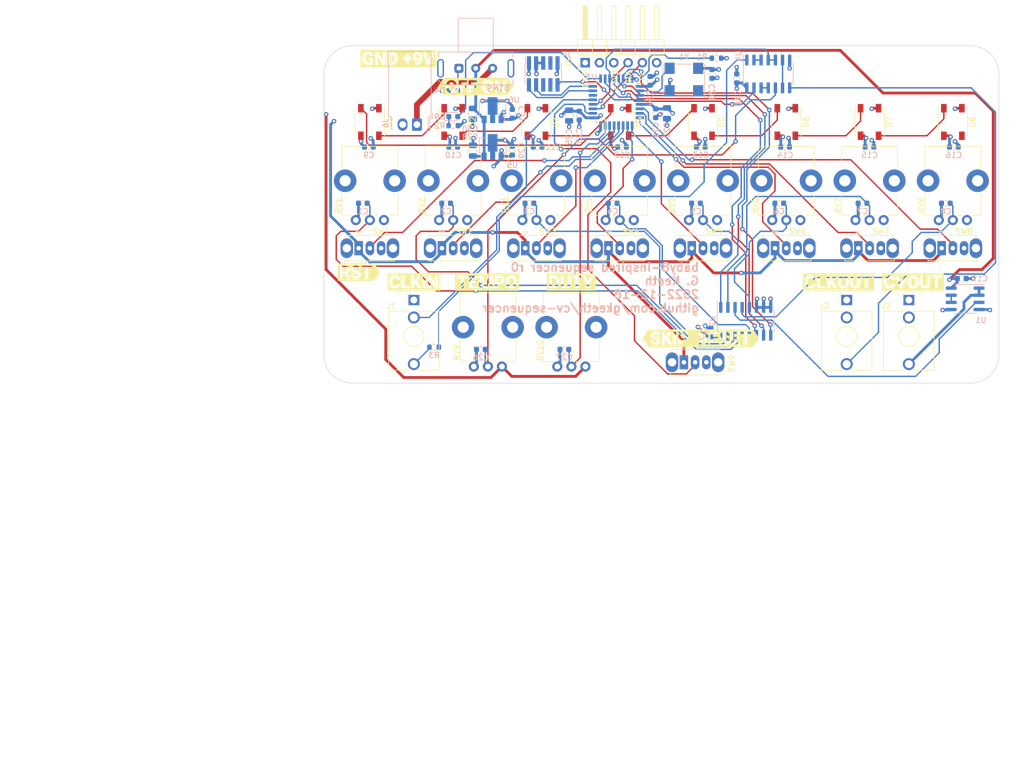
<source format=kicad_pcb>
(kicad_pcb (version 20221018) (generator pcbnew)
  (layers (0 "F.Cu" signal) (1 "In1.Cu" signal) (2 "In2.Cu" signal) (31 "B.Cu" signal) (34 "B.Paste" user) (35 "F.Paste" user) (36 "B.SilkS" user "B.Silkscreen") (37 "F.SilkS" user "F.Silkscreen") (38 "B.Mask" user) (39 "F.Mask" user) (44 "Edge.Cuts" user))
  (property "date" "2022-12-18")
  (property "rev" "0")
  (property "url" "github.com/gkeeth/cv-sequencer")
  (net 0 "")
  (net 1 "+3.3V")
  (net 2 "GND")
  (net 3 "/cv_pot_1")
  (net 4 "+5V")
  (net 5 "/cv_pot_2")
  (net 6 "/cv_pot_3")
  (net 7 "/cv_pot_4")
  (net 8 "/tempo_pot")
  (net 9 "/cv_pot_5")
  (net 10 "/UART_TX")
  (net 11 "/UART_RX")
  (net 12 "/cv_pot_6")
  (net 14 "/SWDIO")
  (net 15 "/SWDCLK")
  (net 16 "/cv_pot_7")
  (net 17 "/internal_clock")
  (net 18 "/selected_clock_buffered")
  (net 19 "/step_sel0")
  (net 20 "/step_sel1")
  (net 21 "/step_sel2")
  (net 22 "Net-(U3-BOOT0)")
  (net 23 "/cv_pot_8")
  (net 24 "+9V")
  (net 25 "/duty_pot")
  (net 26 "Net-(D1-DO)")
  (net 27 "Net-(D2-DO)")
  (net 28 "Net-(D3-DO)")
  (net 29 "Net-(D4-DO)")
  (net 30 "Net-(D5-DO)")
  (net 31 "Net-(D6-DO)")
  (net 32 "Net-(D7-DO)")
  (net 34 "Net-(D9-K)")
  (net 35 "/selected_clock_unbuffered")
  (net 36 "/cv_out_buffered")
  (net 38 "/clock_out_buffered")
  (net 43 "/NRST")
  (net 46 "Net-(J6-Pin_1)")
  (net 47 "/skip_switch_1")
  (net 48 "/skip_switch_2")
  (net 49 "/skip_switch_3")
  (net 50 "/skip_switch_4")
  (net 51 "/skip_switch_5")
  (net 52 "/skip_switch_6")
  (net 53 "/skip_switch_7")
  (net 54 "/skip_switch_8")
  (net 55 "/skip_reset_switch")
  (net 56 "/cv_out_unbuffered")
  (net 57 "Net-(U1B--)")
  (net 58 "/clkin")
  (net 60 "Net-(U4-Pad6)")
  (net 62 "Net-(SW10-A)")
  (net 63 "/led_ctrl_5v")
  (net 64 "/led_ctrl_3v3")
  (net 65 "/~{led_ctrl_5v}")
  (net 66 "Net-(J1-PadT)")
  (net 67 "Net-(U4-Pad2)")
  (net 68 "/RED_LED")
  (footprint "Button_Switch_THT:SW_Slide_1P2T_CK_OS102011MS2Q" (layer "F.Cu") (at 189.81944 101)
    (fp_text reference "SW8")
    (fp_text value "OS102011MS2QN1")
  )
  (footprint "Connector_PinHeader_2.54mm:PinHeader_1x06_P2.54mm_Horizontal" (layer "F.Cu") (at 126.46 68 90)
    (fp_text reference "J5")
    (fp_text value "Conn_01x06_Male")
  )
  (footprint "Potentiometer_THT:Potentiometer_Bourns_PTV09A-1_Single_Vertical" (layer "F.Cu") (at 149.902775 96 90)
    (fp_text reference "RV5")
    (fp_text value "10k")
  )
  (footprint "Connector_Audio:Jack_3.5mm_QingPu_WQP-PJ398SM_Vertical_CircularHoles" (layer "F.Cu") (at 172.95 110.22)
    (fp_text reference "J3")
    (fp_text value "AudioJack2_SwitchT")
  )
  (footprint "Button_Switch_THT:SW_Slide_1P2T_CK_OS102011MS2Q" (layer "F.Cu") (at 100.98611 101)
    (fp_text reference "SW2")
    (fp_text value "OS102011MS2QN1")
  )
  (footprint "Button_Switch_THT:SW_Slide_1P2T_CK_OS102011MS2Q" (layer "F.Cu") (at 175.013885 101)
    (fp_text reference "SW7")
    (fp_text value "OS102011MS2QN1")
  )
  (footprint "Potentiometer_THT:Potentiometer_Bourns_PTV09A-1_Single_Vertical" (layer "F.Cu") (at 120.291665 96 90)
    (fp_text reference "RV3")
    (fp_text value "10k")
  )
  (footprint "LED_SMD:LED_Inolux_IN-PI554FCH_PLCC4_5.0x5.0mm_P3.2mm" (layer "F.Cu") (at 177.013885 78.55 -90)
    (fp_text reference "D7")
    (fp_text value "Inolux_IN-PI554FCH")
  )
  (footprint "Potentiometer_THT:Potentiometer_Bourns_PTV09A-1_Single_Vertical" (layer "F.Cu") (at 194.31944 96 90)
    (fp_text reference "RV8")
    (fp_text value "10k")
  )
  (footprint "LED_SMD:LED_Inolux_IN-PI554FCH_PLCC4_5.0x5.0mm_P3.2mm" (layer "F.Cu") (at 162.20833 78.55 -90)
    (fp_text reference "D6")
    (fp_text value "Inolux_IN-PI554FCH")
  )
  (footprint "Potentiometer_THT:Potentiometer_Bourns_PTV09A-1_Single_Vertical" (layer "F.Cu") (at 179.513885 96 90)
    (fp_text reference "RV7")
    (fp_text value "10k")
  )
  (footprint "kibuzzard-63F425D0" (layer "F.Cu") (at 171.5 107)
    (fp_text reference "kibuzzard-63F425D0" hide)
    (fp_text value "G***" hide)
  )
  (footprint "MountingHole:MountingHole_3.2mm_M3" (layer "F.Cu") (at 85 70)
    (fp_text reference "REF**" hide)
    (fp_text value "MountingHole_3.2mm_M3")
  )
  (footprint "kibuzzard-63F42620" (layer "F.Cu") (at 124 107)
    (fp_text reference "kibuzzard-63F42620" hide)
    (fp_text value "G***" hide)
  )
  (footprint "kibuzzard-63F427E2" (layer "F.Cu") (at 93.25 67.25)
    (fp_text reference "kibuzzard-63F427E2" hide)
    (fp_text value "G***" hide)
  )
  (footprint "Button_Switch_THT:SW_Slide_1P2T_CK_OS102011MS2Q" (layer "F.Cu") (at 160.20833 101)
    (fp_text reference "SW6")
    (fp_text value "OS102011MS2QN1")
  )
  (footprint "Button_Switch_THT:SW_Slide_1P2T_CK_OS102011MS2Q" (layer "F.Cu") (at 130.59722 101)
    (fp_text reference "SW4")
    (fp_text value "OS102011MS2QN1")
  )
  (footprint "Potentiometer_THT:Potentiometer_Bourns_PTV09A-1_Single_Vertical" (layer "F.Cu") (at 90.680555 96 90)
    (fp_text reference "RV1")
    (fp_text value "10k")
  )
  (footprint "kibuzzard-63F42779" (layer "F.Cu") (at 86.25 105.25)
    (fp_text reference "kibuzzard-63F42779" hide)
    (fp_text value "G***" hide)
  )
  (footprint "Button_Switch_THT:SW_Slide_1P2T_CK_OS102011MS2Q" (layer "F.Cu") (at 115.791665 101)
    (fp_text reference "SW3")
    (fp_text value "OS102011MS2QN1")
  )
  (footprint "MountingHole:MountingHole_3.2mm_M3" (layer "F.Cu") (at 195 70)
    (fp_text reference "REF**" hide)
    (fp_text value "MountingHole_3.2mm_M3")
  )
  (footprint "LED_SMD:LED_Inolux_IN-PI554FCH_PLCC4_5.0x5.0mm_P3.2mm" (layer "F.Cu") (at 102.98611 78.55 -90)
    (fp_text reference "D2")
    (fp_text value "Inolux_IN-PI554FCH")
  )
  (footprint "Potentiometer_THT:Potentiometer_Bourns_PTV09A-1_Single_Vertical" (layer "F.Cu") (at 111.659091 122.05 90)
    (fp_text reference "RV9")
    (fp_text value "10k")
  )
  (footprint "LED_SMD:LED_Inolux_IN-PI554FCH_PLCC4_5.0x5.0mm_P3.2mm" (layer "F.Cu") (at 191.81944 78.55 -90)
    (fp_text reference "D8")
    (fp_text value "Inolux_IN-PI554FCH")
  )
  (footprint "Button_Switch_THT:SW_Slide_1P2T_CK_OS102011MS2Q" (layer "F.Cu") (at 144 121.2975)
    (fp_text reference "SW9")
    (fp_text value "OS102011MS2QN1")
  )
  (footprint "kibuzzard-63F42641" (layer "F.Cu") (at 96 107)
    (fp_text reference "kibuzzard-63F42641" hide)
    (fp_text value "G***" hide)
  )
  (footprint "Connector_Audio:Jack_3.5mm_QingPu_WQP-PJ398SM_Vertical_CircularHoles" (layer "F.Cu") (at 96 110.22)
    (fp_text reference "J1")
    (fp_text value "AudioJack2_SwitchT")
  )
  (footprint "Potentiometer_THT:Potentiometer_Bourns_PTV09A-1_Single_Vertical" (layer "F.Cu") (at 105.48611 96 90)
    (fp_text reference "RV2")
    (fp_text value "10k")
  )
  (footprint "kibuzzard-63F425C8" (layer "F.Cu") (at 184.75 107)
    (fp_text reference "kibuzzard-63F425C8" hide)
    (fp_text value "G***" hide)
  )
  (footprint "kibuzzard-63F428D5" (layer "F.Cu") (at 107 72.25)
    (fp_text reference "kibuzzard-63F428D5" hide)
    (fp_text value "G***" hide)
  )
  (footprint "kibuzzard-63F428B8" (layer "F.Cu") (at 147 117)
    (fp_text reference "kibuzzard-63F428B8" hide)
    (fp_text value "G***" hide)
  )
  (footprint "Potentiometer_THT:Potentiometer_Bourns_PTV09A-1_Single_Vertical" (layer "F.Cu") (at 164.70833 96 90)
    (fp_text reference "RV6")
    (fp_text value "10k")
  )
  (footprint "Connector_Audio:Jack_3.5mm_QingPu_WQP-PJ398SM_Vertical_CircularHoles" (layer "F.Cu") (at 184 110.22)
    (fp_text reference "J2")
    (fp_text value "AudioJack2_SwitchT")
  )
  (footprint "LED_SMD:LED_Inolux_IN-PI554FCH_PLCC4_5.0x5.0mm_P3.2mm" (layer "F.Cu") (at 132.59722 78.55 -90)
    (fp_text reference "D4")
    (fp_text value "Inolux_IN-PI554FCH")
  )
  (footprint "MountingHole:MountingHole_3.2mm_M3" (layer "F.Cu") (at 85 120)
    (fp_text reference "REF**" hide)
    (fp_text value "MountingHole_3.2mm_M3")
  )
  (footprint "LED_SMD:LED_Inolux_IN-PI554FCH_PLCC4_5.0x5.0mm_P3.2mm" (layer "F.Cu") (at 88.180555 78.55 -90)
    (fp_text reference "D1")
    (fp_text value "Inolux_IN-PI554FCH")
  )
  (footprint "kibuzzard-63F42616" (layer "F.Cu") (at 109 107)
    (fp_text reference "kibuzzard-63F42616" hide)
    (fp_text value "G***" hide)
  )
  (footprint "Button_Switch_THT:SW_Slide_1P2T_CK_OS102011MS2Q" (layer "F.Cu") (at 145.402775 101)
    (fp_text reference "SW5")
    (fp_text value "OS102011MS2QN1")
  )
  (footprint "Potentiometer_THT:Potentiometer_Bourns_PTV09A-1_Single_Vertical" (layer "F.Cu") (at 135.09722 96 90)
    (fp_text reference "RV4")
    (fp_text value "10k")
  )
  (footprint "Button_Switch_THT:SW_Slide_1P2T_CK_OS102011MS2Q" (layer "F.Cu") (at 86.180555 101)
    (fp_text reference "SW1")
    (fp_text value "OS102011MS2QN1")
  )
  (footprint "Potentiometer_THT:Potentiometer_Bourns_PTV09A-1_Single_Vertical" (layer "F.Cu") (at 126.5 122.05 90)
    (fp_text reference "RV10")
    (fp_text value "10k")
  )
  (footprint "LED_SMD:LED_Inolux_IN-PI554FCH_PLCC4_5.0x5.0mm_P3.2mm" (layer "F.Cu") (at 117.791665 78.55 -90)
    (fp_text reference "D3")
    (fp_text value "Inolux_IN-PI554FCH")
  )
  (footprint "LED_SMD:LED_Inolux_IN-PI554FCH_PLCC4_5.0x5.0mm_P3.2mm" (layer "F.Cu") (at 147.402775 78.55 -90)
    (fp_text reference "D5")
    (fp_text value "Inolux_IN-PI554FCH")
  )
  (footprint "MountingHole:MountingHole_3.2mm_M3" (layer "F.Cu") (at 195 120)
    (fp_text reference "REF**" hide)
    (fp_text value "MountingHole_3.2mm_M3")
  )
  (footprint "Capacitor_SMD:C_0603_1608Metric" (layer "B.Cu") (at 107.909091 119)
    (fp_text reference "C26")
    (fp_text value "100n")
  )
  (footprint "Package_TO_SOT_SMD:SOT-89-3" (layer "B.Cu") (at 110 83 90)
    (fp_text reference "U5")
    (fp_text value "L78L05_SOT89")
  )
  (footprint "Capacitor_SMD:C_0603_1608Metric" (layer "B.Cu") (at 139 77 -90)
    (fp_text reference "C21")
    (fp_text value "10n")
  )
  (footprint "Capacitor_SMD:C_0603_1608Metric" (layer "B.Cu") (at 103 83)
    (fp_text reference "C10")
    (fp_text value "100n")
  )
  (footprint "Resistor_SMD:R_0603_1608Metric" (layer "B.Cu") (at 99.6 118.6)
    (fp_text reference "R3")
    (fp_text value "1k")
  )
  (footprint "Capacitor_SMD:C_0603_1608Metric" (layer "B.Cu") (at 193.4 106.4 180)
    (fp_text reference "C19")
    (fp_text value "100n")
  )
  (footprint "Package_SO:SOIC-8_3.9x4.9mm_P1.27mm" (layer "B.Cu") (at 194 110 180)
    (fp_text reference "U1")
    (fp_text value "LM358")
  )
  (footprint "Capacitor_SMD:C_0603_1608Metric" (layer "B.Cu") (at 177 83)
    (fp_text reference "C15")
    (fp_text value "100n")
  )
  (footprint "Capacitor_SMD:C_0603_1608Metric" (layer "B.Cu") (at 101.73611 93)
    (fp_text reference "C2")
    (fp_text value "100n")
  )
  (footprint "Capacitor_SMD:C_0603_1608Metric" (layer "B.Cu") (at 113.5 77.0875 -90)
    (fp_text reference "C31")
    (fp_text value "100n")
  )
  (footprint "Capacitor_SMD:C_0603_1608Metric" (layer "B.Cu") (at 118 83)
    (fp_text reference "C11")
    (fp_text value "100n")
  )
  (footprint "Package_SO:SOIC-16_3.9x9.9mm_P1.27mm" (layer "B.Cu") (at 155 114 -90)
    (fp_text reference "U2")
    (fp_text value "74HC4051")
  )
  (footprint "Capacitor_SMD:C_0603_1608Metric" (layer "B.Cu") (at 147 83)
    (fp_text reference "C13")
    (fp_text value "100n")
  )
  (footprint "LED_SMD:LED_0603_1608Metric" (layer "B.Cu") (at 103 77.6)
    (fp_text reference "D9")
    (fp_text value "red")
  )
  (footprint "Capacitor_SMD:C_0603_1608Metric" (layer "B.Cu") (at 162 83)
    (fp_text reference "C14")
    (fp_text value "100n")
  )
  (footprint "Capacitor_SMD:C_0603_1608Metric" (layer "B.Cu") (at 160.95833 93)
    (fp_text reference "C6")
    (fp_text value "100n")
  )
  (footprint "Capacitor_SMD:C_0603_1608Metric" (layer "B.Cu") (at 86.930555 93)
    (fp_text reference "C1")
    (fp_text value "100n")
  )
  (footprint "Resistor_SMD:R_0603_1608Metric" (layer "B.Cu") (at 103 79.2 180)
    (fp_text reference "R2")
    (fp_text value "1k")
  )
  (footprint "Capacitor_SMD:C_0603_1608Metric" (layer "B.Cu") (at 116.541665 93)
    (fp_text reference "C3")
    (fp_text value "100n")
  )
  (footprint "Capacitor_SMD:C_0603_1608Metric" (layer "B.Cu") (at 192 83)
    (fp_text reference "C16")
    (fp_text value "100n")
  )
  (footprint "Capacitor_SMD:C_0805_2012Metric" (layer "B.Cu") (at 123.6 77.4 -90)
    (fp_text reference "C25")
    (fp_text value "4.7u")
  )
  (footprint "Capacitor_SMD:C_0603_1608Metric" (layer "B.Cu") (at 148.8 116 -90)
    (fp_text reference "C17")
    (fp_text value "100n")
  )
  (footprint "Capacitor_SMD:C_0603_1608Metric" (layer "B.Cu") (at 133 83)
    (fp_text reference "C12")
    (fp_text value "100n")
  )
  (footprint "Capacitor_SMD:C_0805_2012Metric" (layer "B.Cu") (at 141 77 -90)
    (fp_text reference "C22")
    (fp_text value "1u")
  )
  (footprint "Capacitor_SMD:C_0603_1608Metric" (layer "B.Cu") (at 149 70 -90)
    (fp_text reference "C20")
    (fp_text value "10n")
  )
  (footprint "Capacitor_SMD:C_0603_1608Metric" (layer "B.Cu") (at 122.75 119)
    (fp_text reference "C27")
    (fp_text value "100n")
  )
  (footprint "Package_TO_SOT_SMD:SOT-89-3" (layer "B.Cu") (at 110 76.4375 90)
    (fp_text reference "U6")
    (fp_text value "L78L33_SOT89")
  )
  (footprint "Capacitor_SMD:C_0603_1608Metric" (layer "B.Cu") (at 153.4 70.8 -90)
    (fp_text reference "C18")
    (fp_text value "100n")
  )
  (footprint "Connector_PinHeader_1.27mm:PinHeader_2x05_P1.27mm_Vertical_SMD" (layer "B.Cu") (at 119 70 -90)
    (fp_text reference "J4")
    (fp_text value "Conn_ARM_JTAG_SWD_10")
  )
  (footprint "Resistor_SMD:R_0603_1608Metric" (layer "B.Cu") (at 103 73)
    (fp_text reference "R4")
    (fp_text value "10k")
  )
  (footprint "Resistor_SMD:R_0603_1608Metric" (layer "B.Cu") (at 149.8 67.2 180)
    (fp_text reference "R1")
    (fp_text value "10k")
  )
  (footprint "Capacitor_SMD:C_0603_1608Metric" (layer "B.Cu") (at 190.56944 93)
    (fp_text reference "C8")
    (fp_text value "100n")
  )
  (footprint "Capacitor_SMD:C_0603_1608Metric" (layer "B.Cu") (at 88 83)
    (fp_text reference "C9")
    (fp_text value "100n")
  )
  (footprint "Capacitor_SMD:C_0603_1608Metric" (layer "B.Cu") (at 113.5 83.65 -90)
    (fp_text reference "C29")
    (fp_text value "100n")
  )
  (footprint "Connector_Molex_SL:Molex_SL_A-70553-0001_1x02_P2.54mm_Horizontal" (layer "B.Cu") (at 96.54 79 180)
    (fp_text reference "J6")
    (fp_text value "Conn_01x02_Male")
  )
  (footprint "Capacitor_SMD:C_0603_1608Metric" (layer "B.Cu") (at 131.34722 93)
    (fp_text reference "C4")
    (fp_text value "100n")
  )
  (footprint "Capacitor_SMD:C_0603_1608Metric" (layer "B.Cu") (at 138 71.225 90)
    (fp_text reference "C24")
    (fp_text value "100n")
  )
  (footprint "Capacitor_SMD:C_0603_1608Metric" (layer "B.Cu") (at 125.4 77.4 -90)
    (fp_text reference "C23")
    (fp_text value "100n")
  )
  (footprint "Package_QFP:LQFP-32_7x7mm_P0.8mm" (layer "B.Cu") (at 132 75 180)
    (fp_text reference "U3")
    (fp_text value "STM32F031K6Tx")
  )
  (footprint "Capacitor_SMD:C_0805_2012Metric" (layer "B.Cu") (at 106.5 83.65 90)
    (fp_text reference "C28")
    (fp_text value "330n")
  )
  (footprint "Capacitor_SMD:C_0603_1608Metric" (layer "B.Cu") (at 175.763885 93)
    (fp_text reference "C7")
    (fp_text value "100n")
  )
  (footprint "Capacitor_SMD:C_0805_2012Metric" (layer "B.Cu") (at 106.5 77.0875 -90)
    (fp_text reference "C30")
    (fp_text value "330n")
  )
  (footprint "Package_SO:SOIC-14_3.9x8.7mm_P1.27mm" (layer "B.Cu") (at 159 70 -90)
    (fp_text reference "U4")
    (fp_text value "74HCT14")
  )
  (footprint "Capacitor_SMD:C_0603_1608Metric" (layer "B.Cu") (at 146.152775 93)
    (fp_text reference "C5")
    (fp_text value "100n")
  )
  (footprint "Button_Switch_THT_gkeeth:SW_Slide_SPDT_E-Switch_EG1206A" (layer "B.Cu") (at 104 69)
    (fp_text reference "SW10")
    (fp_text value "EG1206A")
  )
  (footprint "Oscillator:Oscillator_SMD_Abracon_ASV-4Pin_7.0x5.1mm" (layer "B.Cu") (at 144 71 180)
    (fp_text reference "X1")
    (fp_text value "ASV-8.000MHz")
  )
  (gr_line (start 85 65) (end 195 65) (stroke (width 0.1)) (layer "Edge.Cuts"))
  (gr_arc (start 195 65) (mid 198.535534 66.464466) (end 200 70) (stroke (width 0.1)) (layer "Edge.Cuts"))
  (gr_line (start 80 120) (end 80 70) (stroke (width 0.1)) (layer "Edge.Cuts"))
  (gr_arc (start 80 70) (mid 81.464466 66.464466) (end 85 65) (stroke (width 0.1)) (layer "Edge.Cuts"))
  (gr_arc (start 85 125) (mid 81.464466 123.535534) (end 80 120) (stroke (width 0.1)) (layer "Edge.Cuts"))
  (gr_arc (start 200 120) (mid 198.535534 123.535534) (end 195 125) (stroke (width 0.1)) (layer "Edge.Cuts"))
  (gr_line (start 195 125) (end 85 125) (stroke (width 0.1)) (layer "Edge.Cuts"))
  (gr_line (start 200 70) (end 200 120) (stroke (width 0.1)) (layer "Edge.Cuts"))
  (gr_text_box "baby8-inspired sequencer r${rev}\nG. Keeth\n${date}\n${url}" (start 109 102.4) (end 148 113) (layer "B.SilkS") (effects (font (size 1.5 1.5) (thickness 0.3) bold) (justify left top mirror)))
  (segment (start 115.791665 99.591665) (end 115.791665 101) (width 0.5) (layer "F.Cu") (net 1))
  (segment (start 80.4 104.8) (end 80.4 77.2) (width 0.5) (layer "F.Cu") (net 1))
  (segment (start 94.2 124) (end 91 120.8) (width 0.5) (layer "F.Cu") (net 1))
  (segment (start 176.713885 103.2) (end 188.361471 103.2) (width 0.5) (layer "F.Cu") (net 1))
  (segment (start 189.81944 101.742031) (end 189.81944 101) (width 0.5) (layer "F.Cu") (net 1))
  (segment (start 111.659091 122.05) (end 113.409091 123.8) (width 0.5) (layer "F.Cu") (net 1))
  (segment (start 114.4 98.2) (end 115.791665 99.591665) (width 0.5) (layer "F.Cu") (net 1))
  (segment (start 144 117.5) (end 130.59722 104.09722) (width 0.5) (layer "F.Cu") (net 1))
  (segment (start 132.49722 103.4) (end 130.59722 101.5) (width 0.5) (layer "F.Cu") (net 1))
  (segment (start 113.409091 123.8) (end 124.75 123.8) (width 0.5) (layer "F.Cu") (net 1))
  (segment (start 154.2 105.4) (end 149.302775 105.4) (width 0.5) (layer "F.Cu") (net 1))
  (segment (start 130.59722 104.09722) (end 130.59722 101) (width 0.5) (layer "F.Cu") (net 1))
  (segment (start 175.013885 101) (end 175.013885 101.5) (width 0.5) (layer "F.Cu") (net 1))
  (segment (start 91 120.8) (end 91 115.4) (width 0.5) (layer "F.Cu") (net 1))
  (segment (start 145.402775 101) (end 145.402775 102.75) (width 0.5) (layer "F.Cu") (net 1))
  (segment (start 188.361471 103.2) (end 189.81944 101.742031) (width 0.5) (layer "F.Cu") (net 1))
  (segment (start 149.302775 105.4) (end 145.402775 101.5) (width 0.5) (layer "F.Cu") (net 1))
  (segment (start 144 121.2975) (end 144 117.5) (width 0.5) (layer "F.Cu") (net 1))
  (segment (start 145.402775 102.75) (end 144.752775 103.4) (width 0.5) (layer "F.Cu") (net 1))
  (segment (start 91 115.4) (end 80.4 104.8) (width 0.5) (layer "F.Cu") (net 1))
  (segment (start 175.013885 101.5) (end 176.713885 103.2) (width 0.5) (layer "F.Cu") (net 1))
  (segment (start 145.402775 101.5) (end 145.402775 101) (width 0.5) (layer "F.Cu") (net 1))
  (segment (start 130.59722 101.5) (end 130.59722 101) (width 0.5) (layer "F.Cu") (net 1))
  (segment (start 124.75 123.8) (end 126.5 122.05) (width 0.5) (layer "F.Cu") (net 1))
  (segment (start 109.709091 124) (end 94.2 124) (width 0.5) (layer "F.Cu") (net 1))
  (segment (start 144.752775 103.4) (end 132.49722 103.4) (width 0.5) (layer "F.Cu") (net 1))
  (segment (start 110 98.2) (end 114.4 98.2) (width 0.5) (layer "F.Cu") (net 1))
  (segment (start 111.659091 122.05) (end 109.709091 124) (width 0.5) (layer "F.Cu") (net 1))
  (via (at 122.2 77.4) (size 0.8) (drill 0.4) (layers "F.Cu" "B.Cu") (net 1))
  (via (at 150.2 69.2) (size 0.8) (drill 0.4) (layers "F.Cu" "B.Cu") (net 1))
  (via (at 80.4 77.2) (size 0.8) (drill 0.4) (layers "F.Cu" "B.Cu") (net 1))
  (via (at 129.2 77.4) (size 0.8) (drill 0.4) (layers "F.Cu" "B.Cu") (net 1))
  (via (at 81.8 78.4) (size 0.8) (drill 0.4) (layers "F.Cu" "B.Cu") (net 1))
  (via (at 112 76.8) (size 0.8) (drill 0.4) (layers "F.Cu" "B.Cu") (net 1))
  (via (at 139.250049 71.025451) (size 0.8) (drill 0.4) (layers "F.Cu" "B.Cu") (net 1))
  (via (at 142 77) (size 0.8) (drill 0.4) (layers "F.Cu" "B.Cu") (net 1))
  (via (at 116.4 70) (size 0.8) (drill 0.4) (layers "F.Cu" "B.Cu") (net 1))
  (via (at 114.6 77.4) (size 0.8) (drill 0.4) (layers "F.Cu" "B.Cu") (net 1))
  (via (at 110 98.2) (size 0.8) (drill 0.4) (layers "F.Cu" "B.Cu") (net 1))
  (via (at 154.2 105.4) (size 0.8) (drill 0.4) (layers "F.Cu" "B.Cu") (net 1))
  (segment (start 116.46 69.94) (end 116.4 70) (width 0.5) (layer "B.Cu") (net 1))
  (segment (start 86.180555 101) (end 86.180555 100.257969) (width 0.5) (layer "B.Cu") (net 1))
  (segment (start 130.59722 103.00278) (end 130.59722 101) (width 0.5) (layer "B.Cu") (net 1))
  (segment (start 126.575 77.8) (end 125.4 76.625) (width 0.5) (layer "B.Cu") (net 1))
  (segment (start 111.5 77.3) (end 112 76.8) (width 0.5) (layer "B.Cu") (net 1))
  (segment (start 127.825 77.8) (end 126.575 77.8) (width 0.5) (layer "B.Cu") (net 1))
  (segment (start 157.55833 105.4) (end 154.2 105.4) (width 0.5) (layer "B.Cu") (net 1))
  (segment (start 140.825 76.225) (end 141 76.05) (width 0.5) (layer "B.Cu") (net 1))
  (segment (start 150.175 69.225) (end 150.2 69.2) (width 0.5) (layer "B.Cu") (net 1))
  (segment (start 81.2 95.277414) (end 81.2 79) (width 0.5) (layer "B.Cu") (net 1))
  (segment (start 103.28611 98.2) (end 110 98.2) (width 0.5) (layer "B.Cu") (net 1))
  (segment (start 139 76.225) (end 140.825 76.225) (width 0.5) (layer "B.Cu") (net 1))
  (segment (start 128.8 77.8) (end 129.2 77.4) (width 0.5) (layer "B.Cu") (net 1))
  (segment (start 114.1375 77.8625) (end 114.6 77.4) (width 0.5) (layer "B.Cu") (net 1))
  (segment (start 86.180555 100.257969) (end 81.2 95.277414) (width 0.5) (layer "B.Cu") (net 1))
  (segment (start 148.775 69) (end 149 69.225) (width 0.5) (layer "B.Cu") (net 1))
  (segment (start 136.175 75.4) (end 138.175 75.4) (width 0.5) (layer "B.Cu") (net 1))
  (segment (start 161.90833 103.2) (end 174 103.2) (width 0.5) (layer "B.Cu") (net 1))
  (segment (start 113.5 77.8625) (end 114.1375 77.8625) (width 0.5) (layer "B.Cu") (net 1))
  (segment (start 136.175 72.2) (end 137.8 72.2) (width 0.5) (layer "B.Cu") (net 1))
  (segment (start 81.2 79) (end 81.8 78.4) (width 0.5) (layer "B.Cu") (net 1))
  (segment (start 138 72) (end 138.2755 72) (width 0.5) (layer "B.Cu") (net 1))
  (segment (start 115.791665 101) (end 115.791665 101.5) (width 0.5) (layer "B.Cu") (net 1))
  (segment (start 137.8 72.2) (end 138 72) (width 0.5) (layer "B.Cu") (net 1))
  (segment (start 138.175 75.4) (end 139 76.225) (width 0.5) (layer "B.Cu") (net 1))
  (segment (start 174 103.2) (end 175.013885 102.186115) (width 0.5) (layer "B.Cu") (net 1))
  (segment (start 100.98611 101.742031) (end 100.98611 101) (width 0.5) (layer "B.Cu") (net 1))
  (segment (start 160.20833 101) (end 160.20833 102.75) (width 0.5) (layer "B.Cu") (net 1))
  (segment (start 100.98611 101) (end 100.98611 100.5) (width 0.5) (layer "B.Cu") (net 1))
  (segment (start 138.2755 72) (end 139.250049 71.025451) (width 0.5) (layer "B.Cu") (net 1))
  (segment (start 116.46 68.05) (end 116.46 69.94) (width 0.5) (layer "B.Cu") (net 1))
  (segment (start 160.20833 102.75) (end 157.55833 105.4) (width 0.5) (layer "B.Cu") (net 1))
  (segment (start 115.791665 101.5) (end 117.691665 103.4) (width 0.5) (layer "B.Cu") (net 1))
  (segment (start 88.080555 103.4) (end 99.328141 103.4) (width 0.5) (layer "B.Cu") (net 1))
  (segment (start 123.15 76.45) (end 122.2 77.4) (width 0.5) (layer "B.Cu") (net 1))
  (segment (start 123.775 76.625) (end 123.6 76.45) (width 0.5) (layer "B.Cu") (net 1))
  (segment (start 127.825 77.8) (end 128.8 77.8) (width 0.5) (layer "B.Cu") (net 1))
  (segment (start 86.180555 101) (end 86.180555 101.5) (width 0.5) (layer "B.Cu") (net 1))
  (segment (start 130.2 103.4) (end 130.59722 103.00278) (width 0.5) (layer "B.Cu") (net 1))
  (segment (start 86.180555 101.5) (end 88.080555 103.4) (width 0.5) (layer "B.Cu") (net 1))
  (segment (start 111.5 78.0875) (end 113.275 78.0875) (width 0.5) (layer "B.Cu") (net 1))
  (segment (start 149 69.225) (end 150.175 69.225) (width 0.5) (layer "B.Cu") (net 1))
  (segment (start 99.328141 103.4) (end 100.98611 101.742031) (width 0.5) (layer "B.Cu") (net 1))
  (segment (start 146.54 69) (end 148.775 69) (width 0.5) (layer "B.Cu") (net 1))
  (segment (start 123.6 76.45) (end 123.15 76.45) (width 0.5) (layer "B.Cu") (net 1))
  (segment (start 113.275 78.0875) (end 113.5 77.8625) (width 0.5) (layer "B.Cu") (net 1))
  (segment (start 175.013885 102.186115) (end 175.013885 101) (width 0.5) (layer "B.Cu") (net 1))
  (segment (start 111.5 78.0875) (end 111.5 77.3) (width 0.5) (layer "B.Cu") (net 1))
  (segment (start 141 76.05) (end 141.05 76.05) (width 0.5) (layer "B.Cu") (net 1))
  (segment (start 160.20833 101) (end 160.20833 101.5) (width 0.5) (layer "B.Cu") (net 1))
  (segment (start 141.05 76.05) (end 142 77) (width 0.5) (layer "B.Cu") (net 1))
  (segment (start 100.98611 100.5) (end 103.28611 98.2) (width 0.5) (layer "B.Cu") (net 1))
  (segment (start 125.4 76.625) (end 123.775 76.625) (width 0.5) (layer "B.Cu") (net 1))
  (segment (start 160.20833 101.5) (end 161.90833 103.2) (width 0.5) (layer "B.Cu") (net 1))
  (segment (start 117.691665 103.4) (end 130.2 103.4) (width 0.5) (layer "B.Cu") (net 1))
  (segment (start 162.7 76.1) (end 162.6 76.2) (width 0.5) (layer "F.Cu") (net 2))
  (segment (start 147.9 76.1) (end 147.8 76.2) (width 0.5) (layer "F.Cu") (net 2))
  (segment (start 89.780555 76.1) (end 88.7 76.1) (width 0.5) (layer "F.Cu") (net 2))
  (segment (start 133.1 76.1) (end 133 76.2) (width 0.5) (layer "F.Cu") (net 2))
  (segment (start 119.391665 76.1) (end 118.3 76.1) (width 0.5) (layer "F.Cu") (net 2))
  (segment (start 178.613885 76.1) (end 177.5 76.1) (width 0.5) (layer "F.Cu") (net 2))
  (segment (start 118.3 76.1) (end 118.2 76.2) (width 0.5) (layer "F.Cu") (net 2))
  (segment (start 104.58611 76.1) (end 103.5 76.1) (width 0.5) (layer "F.Cu") (net 2))
  (segment (start 103.5 76.1) (end 103.4 76.2) (width 0.5) (layer "F.Cu") (net 2))
  (segment (start 193.41944 76.1) (end 192.3 76.1) (width 0.5) (layer "F.Cu") (net 2))
  (segment (start 192.3 76.1) (end 192.2 76.2) (width 0.5) (layer "F.Cu") (net 2))
  (segment (start 177.5 76.1) (end 177.4 76.2) (width 0.5) (layer "F.Cu") (net 2))
  (segment (start 134.19722 76.1) (end 133.1 76.1) (width 0.5) (layer "F.Cu") (net 2))
  (segment (start 163.80833 76.1) (end 162.7 76.1) (width 0.5) (layer "F.Cu") (net 2))
  (segment (start 88.7 76.1) (end 88.6 76.2) (width 0.5) (layer "F.Cu") (net 2))
  (segment (start 149.002775 76.1) (end 147.9 76.1) (width 0.5) (layer "F.Cu") (net 2))
  (via (at 147.8 81.6) (size 0.8) (drill 0.4) (layers "F.Cu" "B.Cu") (net 2))
  (via (at 106.4 79.4) (size 0.8) (drill 0.4) (layers "F.Cu" "B.Cu") (net 2))
  (via (at 112.6 74.8) (size 0.8) (drill 0.4) (layers "F.Cu" "B.Cu") (net 2))
  (via (at 118.2 76.2) (size 0.8) (drill 0.4) (layers "F.Cu" "B.Cu") (net 2))
  (via (at 117.8 70) (size 0.8) (drill 0.4) (layers "F.Cu" "B.Cu") (net 2))
  (via (at 139.8 77.2) (size 0.8) (drill 0.4) (layers "F.Cu" "B.Cu") (net 2))
  (via (at 195.4 106.4) (size 0.8) (drill 0.4) (layers "F.Cu" "B.Cu") (net 2))
  (via (at 139.2 69.8) (size 0.8) (drill 0.4) (layers "F.Cu" "B.Cu") (net 2))
  (via (at 108.2 74.8) (size 0.8) (drill 0.4) (layers "F.Cu" "B.Cu") (net 2))
  (via (at 158.2 110) (size 0.8) (drill 0.4) (layers "F.Cu" "B.Cu") (net 2))
  (via (at 133 76.2) (size 0.8) (drill 0.4) (layers "F.Cu" "B.Cu") (net 2))
  (via (at 118.2 81.8) (size 0.8) (drill 0.4) (layers "F.Cu" "B.Cu") (net 2))
  (via (at 123.6 79.4) (size 0.8) (drill 0.4) (layers "F.Cu" "B.Cu") (net 2))
  (via (at 157 110) (size 0.8) (drill 0.4) (layers "F.Cu" "B.Cu") (net 2))
  (via (at 103.4 76.2) (size 0.8) (drill 0.4) (layers "F.Cu" "B.Cu") (net 2))
  (via (at 113.8 81.6) (size 0.8) (drill 0.4) (layers "F.Cu" "B.Cu") (net 2))
  (via (at 198.4 112) (size 0.8) (drill 0.4) (layers "F.Cu" "B.Cu") (net 2))
  (via (at 151.6 67.2) (size 0.8) (drill 0.4) (layers "F.Cu" "B.Cu") (net 2))
  (via (at 190 112) (size 0.8) (drill 0.4) (layers "F.Cu" "B.Cu") (net 2))
  (via (at 121.4 70) (size 0.8) (drill 0.4) (layers "F.Cu" "B.Cu") (net 2))
  (via (at 88.3245 81.441816) (size 0.8) (drill 0.4) (layers "F.Cu" "B.Cu") (net 2))
  (via (at 153.4 68.8) (size 0.8) (drill 0.4) (layers "F.Cu" "B.Cu") (net 2))
  (via (at 192.2 82) (size 0.8) (drill 0.4) (layers "F.Cu" "B.Cu") (net 2))
  (via (at 105 78.4) (size 0.8) (drill 0.4) (layers "F.Cu" "B.Cu") (net 2))
  (via (at 149.944344 70.6755) (size 0.8) (drill 0.4) (layers "F.Cu" "B.Cu") (net 2))
  (via (at 141 79.2) (size 0.8) (drill 0.4) (layers "F.Cu" "B.Cu") (net 2))
  (via (at 177.4 81.8) (size 0.8) (drill 0.4) (layers "F.Cu" "B.Cu") (net 2))
  (via (at 141.6 71.0755) (size 0.8) (drill 0.4) (layers "F.Cu" "B.Cu") (net 2))
  (via (at 128.6 80.6) (size 0.8) (drill 0.4) (layers "F.Cu" "B.Cu") (net 2))
  (via (at 162.8 69) (size 0.8) (drill 0.4) (layers "F.Cu" "B.Cu") (net 2))
  (via (at 103.4 81.4) (size 0.8) (drill 0.4) (layers "F.Cu" "B.Cu") (net 2))
  (via (at 147.8 76.2) (size 0.8) (drill 0.4) (layers "F.Cu" "B.Cu") (net 2))
  (via (at 88.6 76.2) (size 0.8) (drill 0.4) (layers "F.Cu" "B.Cu") (net 2))
  (via (at 133 81.8) (size 0.8) (drill 0.4) (layers "F.Cu" "B.Cu") (net 2))
  (via (at 112.2 81.8) (size 0.8) (drill 0.4) (layers "F.Cu" "B.Cu") (net 2))
  (via (at 135.6 71.0181) (size 0.8) (drill 0.4) (layers "F.Cu" "B.Cu") (net 2))
  (via (at 162.6 81.4) (size 0.8) (drill 0.4) (layers "F.Cu" "B.Cu") (net 2))
  (via (at 159.4 110) (size 0.8) (drill 0.4) (layers "F.Cu" "B.Cu") (net 2))
  (via (at 101 73) (size 0.8) (drill 0.4) (layers "F.Cu" "B.Cu") (net 2))
  (via (at 192.2 76.2) (size 0.8) (drill 0.4) (layers "F.Cu" "B.Cu") (net 2))
  (via (at 177.4 76.2) (size 0.8) (drill 0.4) (layers "F.Cu" "B.Cu") (net 2))
  (via (at 125.4 79.4) (size 0.8) (drill 0.4) (layers "F.Cu" "B.Cu") (net 2))
  (via (at 162.6 76.2) (size 0.8) (drill 0.4) (layers "F.Cu" "B.Cu") (net 2))
  (via (at 106.6 81.4) (size 0.8) (drill 0.4) (layers "F.Cu" "B.Cu") (net 2))
  (via (at 147.8 114.8) (size 0.8) (drill 0.4) (layers "F.Cu" "B.Cu") (net 2))
  (segment (start 139 77.775) (end 139.575 77.2) (width 0.5) (layer "B.Cu") (net 2))
  (segment (start 100.96111 93) (end 100.96111 95.525) (width 0.5) (layer "B.Cu") (net 2))
  (segment (start 134.8 70.825) (end 135.4069 70.825) (width 0.5) (layer "B.Cu") (net 2))
  (segment (start 135.4069 70.825) (end 135.6 71.0181) (width 0.5) (layer "B.Cu") (net 2))
  (segment (start 121.975 119) (end 121.975 121.575) (width 0.5) (layer "B.Cu") (net 2))
  (segment (start 156.905 111.525) (end 156.905 110.095) (width 0.5) (layer "B.Cu") (net 2))
  (segment (start 110.8 74.8) (end 110 75.6) (width 0.5) (layer "B.Cu") (net 2))
  (segment (start 107.134091 121.575) (end 106.659091 122.05) (width 0.5) (layer "B.Cu") (net 2))
  (segment (start 118.775 82.375) (end 118.2 81.8) (width 0.5) (layer "B.Cu") (net 2))
  (segment (start 113.5 82.875) (end 113.5 81.9) (width 0.5) (layer "B.Cu") (net 2))
  (segment (start 198.305 111.905) (end 198.4 112) (width 0.5) (layer "B.Cu") (net 2))
  (segment (start 174.988885 95.525) (end 174.513885 96) (width 0.5) (layer "B.Cu") (net 2))
  (segment (start 196.475 111.905) (end 198.305 111.905) (width 0.5) (layer "B.Cu") (net 2))
  (segment (start 148.225 115.225) (end 147.8 114.8) (width 0.5) (layer "B.Cu") (net 2))
  (segment (start 147.775 81.625) (end 147.8 81.6) (width 0.5) (layer "B.Cu") (net 2))
  (segment (start 156.905 111.525) (end 159.445 111.525) (width 0.5) (layer "B.Cu") (net 2))
  (segment (start 88.775 83) (end 88.775 81.892316) (width 0.5) (layer "B.Cu") (net 2))
  (segment (start 110 75.6) (end 110 78) (width 0.5) (layer "B.Cu") (net 2))
  (segment (start 86.155555 93) (end 86.155555 95.525) (width 0.5) (layer "B.Cu") (net 2))
  (segment (start 115.766665 95.525) (end 115.291665 96) (width 0.5) (layer "B.Cu") (net 2))
  (segment (start 113.5 81.9) (end 113.8 81.6) (width 0.5) (layer "B.Cu") (net 2))
  (segment (start 110 78) (end 110 75) (width 0.5) (layer "B.Cu") (net 2))
  (segment (start 110 82.2) (end 110.4 81.8) (width 0.5) (layer "B.Cu") (net 2))
  (segment (start 129.2 79.175) (end 129.2 80) (width 0.5) (layer "B.Cu") (net 2))
  (segment (start 130.57222 93) (end 130.57222 95.525) (width 0.5) (layer "B.Cu") (net 2))
  (segment (start 139.575 77.2) (end 139.8 77.2) (width 0.5) (layer "B.Cu") (net 2))
  (segment (start 158.175 111.525) (end 158.175 110.025) (width 0.5) (layer "B.Cu") (net 2))
  (segment (start 112.6 74.8) (end 110.8 74.8) (width 0.5) (layer "B.Cu") (net 2))
  (segment (start 112.6 82) (end 112.4 81.8) (width 0.5) (layer "B.Cu") (net 2))
  (segment (start 133.775 82.575) (end 133 81.8) (width 0.5) (layer "B.Cu") (net 2))
  (segment (start 113.475 82.875) (end 112.6 82) (width 0.5) (layer "B.Cu") (net 2))
  (segment (start 141.46 73) (end 141.46 71.2155) (width 0.5) (layer "B.Cu") (net 2))
  (segment (start 145.377775 93) (end 145.377775 95.525) (width 0.5) (layer "B.Cu") (net 2))
  (segment (start 162.775 83) (end 162.775 81.575) (width 0.5) (layer "B.Cu") (net 2))
  (segment (start 88.775 81.892316) (end 88.3245 81.441816) (width 0.5) (layer "B.Cu") (net 2))
  (segment (start 158.175 110.025) (end 158.2 110) (width 0.5) (layer "B.Cu") (net 2))
  (segment (start 138 70.45) (end 138.55 70.45) (width 0.5) (layer "B.Cu") (net 2))
  (segment (start 177.775 82.175) (end 177.4 81.8) (width 0.5) (layer "B.Cu") (net 2))
  (segment (start 125.4 78.175) (end 125.4 79.4) (width 0.5) (layer "B.Cu") (net 2))
  (segment (start 113.5 75.7) (end 112.6 74.8) (width 0.5) (layer "B.Cu") (net 2))
  (segment (start 121.54 69.86) (end 121.4 70) (width 0.5) (layer "B.Cu") (net 2))
  (segment (start 106.5 78.0375) (end 106.5 79.3) (width 0.5) (layer "B.Cu") (net 2))
  (segment (start 113.5 76.3125) (end 113.5 75.7) (width 0.5) (layer "B.Cu") (net 2))
  (segment (start 162.775 81.575) (end 162.6 81.4) (width 0.5) (layer "B.Cu") (net 2))
  (segment (start 141.46 71.2155) (end 141.6 71.0755) (width 0.5) (layer "B.Cu") (net 2))
  (segment (start 112.4 81.8) (end 112.2 81.8) (width 0.5) (layer "B.Cu") (net 2))
  (segment (start 113.5 82.875) (end 113.475 82.875) (width 0.5) (layer "B.Cu") (net 2))
  (segment (start 160.18333 93) (end 160.18333 95.525) (width 0.5) (layer "B.Cu") (net 2))
  (segment (start 110 84.5625) (end 110 82.2) (width 0.5) (layer "B.Cu") (net 2))
  (segment (start 141 77.95) (end 141 79.2) (width 0.5) (layer "B.Cu") (net 2))
  (segment (start 104.2 79.2) (end 105 78.4) (width 0.5) (layer "B.Cu") (net 2))
  (segment (start 130.57222 95.525) (end 130.09722 96) (width 0.5) (layer "B.Cu") (net 2))
  (segment (start 106.5 82.7) (end 106.5 81.5) (width 0.5) (layer "B.Cu") (net 2))
  (segment (start 106.5 81.5) (end 106.6 81.4) (width 0.5) (layer "B.Cu") (net 2))
  (segment (start 162.81 67.525) (end 162.81 68.99) (width 0.5) (layer "B.Cu") (net 2))
  (segment (start 162.81 68.99) (end 162.8 69) (width 0.5) (layer "B.Cu") (net 2))
  (segment (start 174.988885 93) (end 174.988885 95.525) (width 0.5) (layer "B.Cu") (net 2))
  (segment (start 191.525 111.905) (end 191.43 112) (width 0.5) (layer "B.Cu") (net 2))
  (segment (start 115.766665 93) (end 115.766665 95.525) (width 0.5) (layer "B.Cu") (net 2))
  (segment (start 150.625 67.2) (end 151.6 67.2) (width 0.5) (layer "B.Cu") (net 2))
  (segment (start 121.54 68.05) (end 121.54 69.86) (width 0.5) (layer "B.Cu") (net 2))
  (segment (start 129.2 80) (end 128.6 80.6) (width 0.5) (layer "B.Cu") (net 2))
  (segment (start 149 70.775) (end 149.844844 70.775) (width 0.5) (layer "B.Cu") (net 2))
  (segment (start 156.905 110.095) (end 157 110) (width 0.5) (layer "B.Cu") (net 2))
  (segment (start 191.43 112) (end 190 112) (width 0.5) (layer "B.Cu") (net 2))
  (segment (start 160.18333 95.525) (end 159.70833 96) (width 0.5) (layer "B.Cu") (net 2))
  (segment (start 110.4 81.8) (end 112.2 81.8) (width 0.5) (layer "B.Cu") (net 2))
  (segment (start 149.844844 70.775) (end 149.944344 70.6755) (width 0.5) (layer "B.Cu") (net 2))
  (segment (start 86.155555 95.525) (end 85.680555 96) (width 0.5) (layer "B.Cu") (net 2))
  (segment (start 192.775 83) (end 192.775 82.575) (width 0.5) (layer "B.Cu") (net 2))
  (segment (start 189.79444 95.525) (end 189.31944 96) (width 0.5) (layer "B.Cu") (net 2))
  (segment (start 138.55 70.45) (end 139.2 69.8) (width 0.5) (layer "B.Cu") (net 2))
  (segment (start 123.6 78.35) (end 123.6 79.4) (width 0.5) (layer "B.Cu") (net 2))
  (segment (start 103.775 83) (end 103.4 82.625) (width 0.5) (layer "B.Cu") (net 2))
  (segment (start 106.5 79.3) (end 106.4 79.4) (width 0.5) (layer "B.Cu") (net 2))
  (segment (start 148.8 115.225) (end 148.225 115.225) (width 0.5) (layer "B.Cu") (net 2))
  (segment (start 117.73 68.05) (end 117.73 69.93) (width 0.5) (layer "B.Cu") (net 2))
  (segment (start 118.775 83) (end 118.775 82.375) (width 0.5) (layer "B.Cu") (net 2))
  (segment (start 194.175 106.4) (end 195.4 106.4) (width 0.5) (layer "B.Cu") (net 2))
  (segment (start 103.4 82.625) (end 103.4 81.4) (width 0.5) (layer "B.Cu") (net 2))
  (segment (start 117.73 69.93) (end 117.8 70) (width 0.5) (layer "B.Cu") (net 2))
  (segment (start 147.775 83) (end 147.775 81.625) (width 0.5) (layer "B.Cu") (net 2))
  (segment (start 133.775 83) (end 133.775 82.575) (width 0.5) (layer "B.Cu") (net 2))
  (segment (start 100.96111 95.525) (end 100.48611 96) (width 0.5) (layer "B.Cu") (net 2))
  (segment (start 102.175 73) (end 101 73) (width 0.5) (layer "B.Cu") (net 2))
  (segment (start 177.775 83) (end 177.775 82.175) (width 0.5) (layer "B.Cu") (net 2))
  (segment (start 109.8 74.8) (end 108.2 74.8) (width 0.5) (layer "B.Cu") (net 2))
  (segment (start 159.445 111.525) (end 159.445 110.045) (width 0.5) (layer "B.Cu") (net 2))
  (segment (start 192.775 82.575) (end 192.2 82) (width 0.5) (layer "B.Cu") (net 2))
  (segment (start 145.377775 95.525) (end 144.902775 96) (width 0.5) (layer "B.Cu") (net 2))
  (segment (start 153.4 70.025) (end 153.4 68.8) (width 0.5) (layer "B.Cu") (net 2))
  (segment (start 121.975 121.575) (end 121.5 122.05) (width 0.5) (layer "B.Cu") (net 2))
  (segment (start 117.73 68.05) (end 119 68.05) (width 0.5) (layer "B.Cu") (net 2))
  (segment (start 159.445 110.045) (end 159.4 110) (width 0.5) (layer "B.Cu") (net 2))
  (segment (start 110 75) (end 109.8 74.8) (width 0.5) (layer "B.Cu") (net 2))
  (segment (start 189.79444 93) (end 189.79444 95.525) (width 0.5) (layer "B.Cu") (net 2))
  (segment (start 107.134091 119) (end 107.134091 121.575) (width 0.5) (layer "B.Cu") (net 2))
  (segment (start 103.825 79.2) (end 104.2 79.2) (width 0.5) (layer "B.Cu") (net 2))
  (segment (start 100 108.6) (end 95.6 104.2) (width 0.25) (layer "F.Cu") (net 3))
  (segment (start 107 108.6) (end 100 108.6) (width 0.25) (layer "F.Cu") (net 3))
  (segment (start 82.2 98.8) (end 83 98) (width 0.25) (layer "F.Cu") (net 3))
  (segment (start 83 98) (end 86.180555 98) (width 0.25) (layer "F.Cu") (net 3))
  (segment (start 83.4 104.2) (end 82.2 103) (width 0.25) (layer "F.Cu") (net 3))
  (segment (start 95.6 104.2) (end 83.4 104.2) (width 0.25) (layer "F.Cu") (net 3))
  (segment (start 86.180555 98) (end 88.180555 96) (width 0.25) (layer "F.Cu") (net 3))
  (segment (start 82.2 103) (end 82.2 98.8) (width 0.25) (layer "F.Cu") (net 3))
  (via (at 107 108.6) (size 0.8) (drill 0.4) (layers "F.Cu" "B.Cu") (net 3))
  (segment (start 87.705555 93) (end 88.180555 93.475) (width 0.25) (layer "B.Cu") (net 3))
  (segment (start 146.2 119) (end 135.8 108.6) (width 0.25) (layer "B.Cu") (net 3))
  (segment (start 154.365 116.475) (end 154.365 117.002845) (width 0.25) (layer "B.Cu") (net 3))
  (segment (start 152.367845 119) (end 146.2 119) (width 0.25) (layer "B.Cu") (net 3))
  (segment (start 88.180555 93.475) (end 88.180555 96) (width 0.25) (layer "B.Cu") (net 3))
  (segment (start 135.8 108.6) (end 107 108.6) (width 0.25) (layer "B.Cu") (net 3))
  (segment (start 154.365 117.002845) (end 152.367845 119) (width 0.25) (layer "B.Cu") (net 3))
  (segment (start 160.60833 81) (end 161.4 81) (width 0.5) (layer "F.Cu") (net 4))
  (segment (start 176 81) (end 176.4 81.4) (width 0.5) (layer "F.Cu") (net 4))
  (segment (start 161.4 81) (end 161.6 81.2) (width 0.5) (layer "F.Cu") (net 4))
  (segment (start 102.2 81) (end 102.4 81.2) (width 0.5) (layer "F.Cu") (net 4))
  (segment (start 117 81) (end 117.2 81.2) (width 0.5) (layer "F.Cu") (net 4))
  (segment (start 145.802775 81) (end 145.802775 81.002775) (width 0.5) (layer "F.Cu") (net 4))
  (segment (start 145.802775 81.002775) (end 146.8 82) (width 0.5) (layer "F.Cu") (net 4))
  (segment (start 116.191665 81) (end 117 81) (width 0.5) (layer "F.Cu") (net 4))
  (segment (start 175.413885 81) (end 176 81) (width 0.5) (layer "F.Cu") (net 4))
  (segment (start 130.99722 81) (end 130.99722 82.640536) (width 0.5) (layer "F.Cu") (net 4))
  (segment (start 101.38611 81) (end 102.2 81) (width 0.5) (layer "F.Cu") (net 4))
  (segment (start 191.2 81) (end 191.4 81.2) (width 0.5) (layer "F.Cu") (net 4))
  (segment (start 130.99722 82.640536) (end 131.662021 83.305337) (width 0.5) (layer "F.Cu") (net 4))
  (segment (start 190.21944 81) (end 191.2 81) (width 0.5) (layer "F.Cu") (net 4))
  (segment (start 86.580555 81) (end 86.580555 81.955957) (width 0.5) (layer "F.Cu") (net 4))
  (segment (start 86.580555 81.955957) (end 86.612299 81.987701) (width 0.5) (layer "F.Cu") (net 4))
  (via (at 161.6 81.2) (size 0.8) (drill 0.4) (layers "F.Cu" "B.Cu") (net 4))
  (via (at 110.2 86.4) (size 0.8) (drill 0.4) (layers "F.Cu" "B.Cu") (net 4))
  (via (at 117.2 81.2) (size 0.8) (drill 0.4) (layers "F.Cu" "B.Cu") (net 4))
  (via (at 146.8 82) (size 0.8) (drill 0.4) (layers "F.Cu" "B.Cu") (net 4))
  (via (at 111.6 83.6) (size 0.8) (drill 0.4) (layers "F.Cu" "B.Cu") (net 4))
  (via (at 176.4 81.4) (size 0.8) (drill 0.4) (layers "F.Cu" "B.Cu") (net 4))
  (via (at 191.4 81.2) (size 0.8) (drill 0.4) (layers "F.Cu" "B.Cu") (net 4))
  (via (at 102.4 81.2) (size 0.8) (drill 0.4) (layers "F.Cu" "B.Cu") (net 4))
  (via (at 153.4 72.6) (size 0.8) (drill 0.4) (layers "F.Cu" "B.Cu") (net 4))
  (via (at 146.5 115) (size 0.8) (drill 0.4) (layers "F.Cu" "B.Cu") (net 4))
  (via (at 131.662021 83.305337) (size 0.8) (drill 0.4) (layers "F.Cu" "B.Cu") (net 4))
  (via (at 86.612299 81.987701) (size 0.8) (drill 0.4) (layers "F.Cu" "B.Cu") (net 4))
  (segment (start 191.225 83) (end 191.225 81.375) (width 0.5) (layer "B.Cu") (net 4))
  (segment (start 102.225 83) (end 102.4 82.825) (width 0.5) (layer "B.Cu") (net 4))
  (segment (start 87.225 83) (end 86.612299 82.387299) (width 0.5) (layer "B.Cu") (net 4))
  (segment (start 153.4 71.575) (end 153.4 72.6) (width 0.5) (layer "B.Cu") (net 4))
  (segment (start 111.5 85.1) (end 110.2 86.4) (width 0.5) (layer "B.Cu") (net 4))
  (segment (start 150.255 116.775) (end 150.555 116.475) (width 0.5) (layer "B.Cu") (net 4))
  (segment (start 117.2 82.975) (end 117.2 81.2) (width 0.5) (layer "B.Cu") (net 4))
  (segment (start 191.225 81.375) (end 191.4 81.2) (width 0.5) (layer "B.Cu") (net 4))
  (segment (start 146.8 82.425) (end 146.8 82) (width 0.5) (layer "B.Cu") (net 4))
  (segment (start 111.5 84.65) (end 113.275 84.65) (width 0.5) (layer "B.Cu") (net 4))
  (segment (start 161.225 83) (end 161.225 81.575) (width 0.5) (layer "B.Cu") (net 4))
  (segment (start 113.275 84.65) (end 113.5 84.425) (width 0.5) (layer "B.Cu") (net 4))
  (segment (start 111.5 84.65) (end 111.5 85.1) (width 0.5) (layer "B.Cu") (net 4))
  (segment (start 111.5 84.65) (end 111.5 83.7) (width 0.5) (layer "B.Cu") (net 4))
  (segment (start 132.225 83) (end 131.967358 83) (width 0.5) (layer "B.Cu") (net 4))
  (segment (start 146.225 83) (end 146.8 82.425) (width 0.5) (layer "B.Cu") (net 4))
  (segment (start 176.225 81.575) (end 176.4 81.4) (width 0.5) (layer "B.Cu") (net 4))
  (segment (start 117.225 83) (end 117.2 82.975) (width 0.5) (layer "B.Cu") (net 4))
  (segment (start 176.225 83) (end 176.225 81.575) (width 0.5) (layer "B.Cu") (net 4))
  (segment (start 86.612299 82.387299) (end 86.612299 81.987701) (width 0.5) (layer "B.Cu") (net 4))
  (segment (start 161.225 81.575) (end 161.6 81.2) (width 0.5) (layer "B.Cu") (net 4))
  (segment (start 148.8 116.775) (end 150.255 116.775) (width 0.5) (layer "B.Cu") (net 4))
  (segment (start 131.967358 83) (end 131.662021 83.305337) (width 0.5) (layer "B.Cu") (net 4))
  (segment (start 148.275 116.775) (end 146.5 115) (width 0.5) (layer "B.Cu") (net 4))
  (segment (start 153.4 71.575) (end 154.29 71.575) (width 0.5) (layer "B.Cu") (net 4))
  (segment (start 154.29 71.575) (end 155.19 72.475) (width 0.5) (layer "B.Cu") (net 4))
  (segment (start 102.4 82.825) (end 102.4 81.2) (width 0.5) (layer "B.Cu") (net 4))
  (segment (start 148.8 116.775) (end 148.275 116.775) (width 0.5) (layer "B.Cu") (net 4))
  (segment (start 111.5 83.7) (end 111.6 83.6) (width 0.5) (layer "B.Cu") (net 4))
  (segment (start 102.98611 97.21389) (end 102.98611 96) (width 0.25) (layer "F.Cu") (net 5))
  (segment (start 96.4 103) (end 96.4 98.8) (width 0.25) (layer "F.Cu") (net 5))
  (segment (start 98.6 105.2) (end 96.4 103) (width 0.25) (layer "F.Cu") (net 5))
  (segment (start 105.6 105.2) (end 98.6 105.2) (width 0.25) (layer "F.Cu") (net 5))
  (segment (start 97.2 98) (end 102.2 98) (width 0.25) (layer "F.Cu") (net 5))
  (segment (start 96.4 98.8) (end 97.2 98) (width 0.25) (layer "F.Cu") (net 5))
  (segment (start 108 107.6) (end 105.6 105.2) (width 0.25) (layer "F.Cu") (net 5))
  (segment (start 102.2 98) (end 102.98611 97.21389) (width 0.25) (layer "F.Cu") (net 5))
  (via (at 108 107.6) (size 0.8) (drill 0.4) (layers "F.Cu" "B.Cu") (net 5))
  (segment (start 135.6 107.6) (end 108 107.6) (width 0.25) (layer "B.Cu") (net 5))
  (segment (start 153.095 116.475) (end 153.095 117.205) (width 0.25) (layer "B.Cu") (net 5))
  (segment (start 151.8 118.5) (end 146.5 118.5) (width 0.25) (layer "B.Cu") (net 5))
  (segment (start 153.095 117.205) (end 151.8 118.5) (width 0.25) (layer "B.Cu") (net 5))
  (segment (start 102.51111 93) (end 102.98611 93.475) (width 0.25) (layer "B.Cu") (net 5))
  (segment (start 102.98611 93.475) (end 102.98611 96) (width 0.25) (layer "B.Cu") (net 5))
  (segment (start 146.5 118.5) (end 135.6 107.6) (width 0.25) (layer "B.Cu") (net 5))
  (segment (start 151 118) (end 151.825 117.175) (width 0.25) (layer "B.Cu") (net 6))
  (segment (start 117.791665 93.475) (end 117.791665 96) (width 0.25) (layer "B.Cu") (net 6))
  (segment (start 139.7 100.73569) (end 139.7 110.9) (width 0.25) (layer "B.Cu") (net 6))
  (segment (start 146.8 118) (end 151 118) (width 0.25) (layer "B.Cu") (net 6))
  (segment (start 119.791665 98) (end 136.96431 98) (width 0.25) (layer "B.Cu") (net 6))
  (segment (start 151.825 117.175) (end 151.825 116.475) (width 0.25) (layer "B.Cu") (net 6))
  (segment (start 139.7 110.9) (end 146.8 118) (width 0.25) (layer "B.Cu") (net 6))
  (segment (start 117.316665 93) (end 117.791665 93.475) (width 0.25) (layer "B.Cu") (net 6))
  (segment (start 117.791665 96) (end 119.791665 98) (width 0.25) (layer "B.Cu") (net 6))
  (segment (start 136.96431 98) (end 139.7 100.73569) (width 0.25) (layer "B.Cu") (net 6))
  (segment (start 132.12222 93) (end 132.59722 93.475) (width 0.25) (layer "B.Cu") (net 7))
  (segment (start 134.147719 97.550499) (end 132.59722 96) (width 0.25) (layer "B.Cu") (net 7))
  (segment (start 155.635 115.235) (end 155 114.6) (width 0.25) (layer "B.Cu") (net 7))
  (segment (start 140.149501 104.649501) (end 140.149501 100.549501) (width 0.25) (layer "B.Cu") (net 7))
  (segment (start 155.635 116.475) (end 155.635 115.235) (width 0.25) (layer "B.Cu") (net 7))
  (segment (start 132.59722 93.475) (end 132.59722 96) (width 0.25) (layer "B.Cu") (net 7))
  (segment (start 137.150499 97.550499) (end 134.147719 97.550499) (width 0.25) (layer "B.Cu") (net 7))
  (segment (start 140.149501 100.549501) (end 137.150499 97.550499) (width 0.25) (layer "B.Cu") (net 7))
  (segment (start 150.1 114.6) (end 140.149501 104.649501) (width 0.25) (layer "B.Cu") (net 7))
  (segment (start 155 114.6) (end 150.1 114.6) (width 0.25) (layer "B.Cu") (net 7))
  (segment (start 109.159091 97.877136) (end 122.652189 84.384038) (width 0.25) (layer "F.Cu") (net 8))
  (segment (start 109.159091 122.05) (end 109.159091 97.877136) (width 0.25) (layer "F.Cu") (net 8))
  (via (at 122.652189 84.384038) (size 0.8) (drill 0.4) (layers "F.Cu" "B.Cu") (net 8))
  (segment (start 125.436227 81.6) (end 122.652189 84.384038) (width 0.25) (layer "B.Cu") (net 8))
  (segment (start 108.684091 121.575) (end 109.159091 122.05) (width 0.25) (layer "B.Cu") (net 8))
  (segment (start 108.684091 119) (end 108.684091 121.575) (width 0.25) (layer "B.Cu") (net 8))
  (segment (start 130 80.49293) (end 128.89293 81.6) (width 0.25) (layer "B.Cu") (net 8))
  (segment (start 128.89293 81.6) (end 125.436227 81.6) (width 0.25) (layer "B.Cu") (net 8))
  (segment (start 130 79.175) (end 130 80.49293) (width 0.25) (layer "B.Cu") (net 8))
  (segment (start 153.6 102.2) (end 153.6 99.6) (width 0.25) (layer "B.Cu") (net 9))
  (segment (start 146.927775 93) (end 147.402775 93.475) (width 0.25) (layer "B.Cu") (net 9))
  (segment (start 150.555 111.525) (end 150.555 105.245) (width 0.25) (layer "B.Cu") (net 9))
  (segment (start 147.402775 93.475) (end 147.402775 96) (width 0.25) (layer "B.Cu") (net 9))
  (segment (start 153.6 99.6) (end 152 98) (width 0.25) (layer "B.Cu") (net 9))
  (segment (start 149.402775 98) (end 147.402775 96) (width 0.25) (layer "B.Cu") (net 9))
  (segment (start 150.555 105.245) (end 153.6 102.2) (width 0.25) (layer "B.Cu") (net 9))
  (segment (start 152 98) (end 149.402775 98) (width 0.25) (layer "B.Cu") (net 9))
  (segment (start 136.6 68) (end 136.62 68) (width 0.25) (layer "F.Cu") (net 10))
  (segment (start 129.6 75.8) (end 129.6 75.536688) (width 0.25) (layer "F.Cu") (net 10))
  (segment (start 129.6 75.536688) (end 131.6 73.536688) (width 0.25) (layer "F.Cu") (net 10))
  (segment (start 131.6 73.536688) (end 131.6 73) (width 0.25) (layer "F.Cu") (net 10))
  (segment (start 131.6 73) (end 136.6 68) (width 0.25) (layer "F.Cu") (net 10))
  (via (at 129.6 75.8) (size 0.8) (drill 0.4) (layers "F.Cu" "B.Cu") (net 10))
  (segment (start 129.2 76.2) (end 129.6 75.8) (width 0.25) (layer "B.Cu") (net 10))
  (segment (start 127.825 76.2) (end 129.2 76.2) (width 0.25) (layer "B.Cu") (net 10))
  (segment (start 129.2 74.8) (end 130.8 73.2) (width 0.25) (layer "F.Cu") (net 11))
  (segment (start 130.8 73.2) (end 130.8 71.2) (width 0.25) (layer "F.Cu") (net 11))
  (segment (start 130.88 71.2) (end 134.08 68) (width 0.25) (layer "F.Cu") (net 11))
  (segment (start 130.8 71.2) (end 130.88 71.2) (width 0.25) (layer "F.Cu") (net 11))
  (via (at 129.2 74.8) (size 0.8) (drill 0.4) (layers "F.Cu" "B.Cu") (net 11))
  (segment (start 128.6 75.4) (end 129.2 74.8) (width 0.25) (layer "B.Cu") (net 11))
  (segment (start 127.825 75.4) (end 128.6 75.4) (width 0.25) (layer "B.Cu") (net 11))
  (segment (start 153 107) (end 153 104.635) (width 0.25) (layer "B.Cu") (net 12))
  (segment (start 162.20833 97.39167) (end 162.20833 96) (width 0.25) (layer "B.Cu") (net 12))
  (segment (start 157.6 98) (end 161.6 98) (width 0.25) (layer "B.Cu") (net 12))
  (segment (start 161.6 98) (end 162.20833 97.39167) (width 0.25) (layer "B.Cu") (net 12))
  (segment (start 155.635 99.965) (end 157.6 98) (width 0.25) (layer "B.Cu") (net 12))
  (segment (start 162.20833 93.475) (end 162.20833 96) (width 0.25) (layer "B.Cu") (net 12))
  (segment (start 155.635 111.525) (end 155.635 109.635) (width 0.25) (layer "B.Cu") (net 12))
  (segment (start 161.73333 93) (end 162.20833 93.475) (width 0.25) (layer "B.Cu") (net 12))
  (segment (start 153 104.635) (end 155.635 102) (width 0.25) (layer "B.Cu") (net 12))
  (segment (start 155.635 109.635) (end 153 107) (width 0.25) (layer "B.Cu") (net 12))
  (segment (start 155.635 102) (end 155.635 99.965) (width 0.25) (layer "B.Cu") (net 12))
  (segment (start 122.36431 74.2) (end 123.56431 73) (width 0.25) (layer "B.Cu") (net 14))
  (segment (start 116.46 71.95) (end 116.46 72.78) (width 0.25) (layer "B.Cu") (net 14))
  (segment (start 117.88 74.2) (end 122.36431 74.2) (width 0.25) (layer "B.Cu") (net 14))
  (segment (start 116.46 72.78) (end 117.88 74.2) (width 0.25) (layer "B.Cu") (net 14))
  (segment (start 123.56431 73) (end 127.825 73) (width 0.25) (layer "B.Cu") (net 14))
  (segment (start 127.825 72.2) (end 123.72862 72.2) (width 0.25) (layer "B.Cu") (net 15))
  (segment (start 118.700499 73.750499) (end 117.73 72.78) (width 0.25) (layer "B.Cu") (net 15))
  (segment (start 117.73 72.78) (end 117.73 71.95) (width 0.25) (layer "B.Cu") (net 15))
  (segment (start 123.72862 72.2) (end 122.178121 73.750499) (width 0.25) (layer "B.Cu") (net 15))
  (segment (start 122.178121 73.750499) (end 118.700499 73.750499) (width 0.25) (layer "B.Cu") (net 15))
  (segment (start 175.338885 91.8) (end 176.538885 93) (width 0.25) (layer "B.Cu") (net 16))
  (segment (start 151.825 104.975) (end 155.185499 101.614501) (width 0.25) (layer "B.Cu") (net 16))
  (segment (start 155.185499 93.414501) (end 156.8 91.8) (width 0.25) (layer "B.Cu") (net 16))
  (segment (start 176.538885 93) (end 177.013885 93.475) (width 0.25) (layer "B.Cu") (net 16))
  (segment (start 151.825 111.525) (end 151.825 104.975) (width 0.25) (layer "B.Cu") (net 16))
  (segment (start 156.8 91.8) (end 175.338885 91.8) (width 0.25) (layer "B.Cu") (net 16))
  (segment (start 155.185499 101.614501) (end 155.185499 93.414501) (width 0.25) (layer "B.Cu") (net 16))
  (segment (start 177.013885 93.475) (end 177.013885 96) (width 0.25) (layer "B.Cu") (net 16))
  (segment (start 110.7245 95.4755) (end 110.7245 101.300098) (width 0.25) (layer "B.Cu") (net 17))
  (segment (start 110.7245 101.300098) (end 98.704598 113.32) (width 0.25) (layer "B.Cu") (net 17))
  (segment (start 98.704598 113.32) (end 96 113.32) (width 0.25) (layer "B.Cu") (net 17))
  (segment (start 116 90.2) (end 110.7245 95.4755) (width 0.25) (layer "B.Cu") (net 17))
  (segment (start 122.6 74.6) (end 116 81.2) (width 0.25) (layer "B.Cu") (net 17))
  (segment (start 127.825 74.6) (end 122.6 74.6) (width 0.25) (layer "B.Cu") (net 17))
  (segment (start 116 81.2) (end 116 90.2) (width 0.25) (layer "B.Cu") (net 17))
  (segment (start 130.8 69.6) (end 130.2 69) (width 0.25) (layer "B.Cu") (net 18))
  (segment (start 131.8 65.6) (end 158.4 65.6) (width 0.25) (layer "B.Cu") (net 18))
  (segment (start 130.8 70.825) (end 130.8 69.6) (width 0.25) (layer "B.Cu") (net 18))
  (segment (start 130.2 67.2) (end 131.8 65.6) (width 0.25) (layer "B.Cu") (net 18))
  (segment (start 159 66.2) (end 159 67.525) (width 0.25) (layer "B.Cu") (net 18))
  (segment (start 130.2 69) (end 130.2 67.2) (width 0.25) (layer "B.Cu") (net 18))
  (segment (start 158.4 65.6) (end 159 66.2) (width 0.25) (layer "B.Cu") (net 18))
  (segment (start 159 67.525) (end 160.27 67.525) (width 0.25) (layer "B.Cu") (net 18))
  (segment (start 134.6 73) (end 136 74.4) (width 0.25) (layer "F.Cu") (net 19))
  (segment (start 152.6 99.431971) (end 155 101.831971) (width 0.25) (layer "F.Cu") (net 19))
  (segment (start 133.649197 73) (end 134.6 73) (width 0.25) (layer "F.Cu") (net 19))
  (segment (start 155 113.2) (end 156.6 114.8) (width 0.25) (layer "F.Cu") (net 19))
  (segment (start 155 101.831971) (end 155 113.2) (width 0.25) (layer "F.Cu") (net 19))
  (segment (start 152.6 96.8) (end 152.6 99.431971) (width 0.25) (layer "F.Cu") (net 19))
  (segment (start 133.2 73.4) (end 133.249197 73.4) (width 0.25) (layer "F.Cu") (net 19))
  (segment (start 153.8 74.4) (end 157.6 78.2) (width 0.25) (layer "F.Cu") (net 19))
  (segment (start 133.249197 73.4) (end 133.649197 73) (width 0.25) (layer "F.Cu") (net 19))
  (segment (start 136 74.4) (end 153.8 74.4) (width 0.25) (layer "F.Cu") (net 19))
  (via (at 157.6 78.2) (size 0.8) (drill 0.4) (layers "F.Cu" "B.Cu") (net 19))
  (via (at 156.6 114.8) (size 0.8) (drill 0.4) (layers "F.Cu" "B.Cu") (net 19))
  (via (at 133.2 73.4) (size 0.8) (drill 0.4) (layers "F.Cu" "B.Cu") (net 19))
  (via (at 152.6 96.8) (size 0.8) (drill 0.4) (layers "F.Cu" "B.Cu") (net 19))
  (segment (start 131.6 70.825) (end 131.6 71.905698) (width 0.25) (layer "B.Cu") (net 19))
  (segment (start 154.2 86.72862) (end 154.2 91.9) (width 0.25) (layer "B.Cu") (net 19))
  (segment (start 157.6 78.2) (end 157.6 83.32862) (width 0.25) (layer "B.Cu") (net 19))
  (segment (start 131.6 71.905698) (end 133.094302 73.4) (width 0.25) (layer "B.Cu") (net 19))
  (segment (start 156.905 116.475) (end 156.6 116.17) (width 0.25) (layer "B.Cu") (net 19))
  (segment (start 154.2 91.9) (end 152.6 93.5) (width 0.25) (layer "B.Cu") (net 19))
  (segment (start 156.6 116.17) (end 156.6 114.8) (width 0.25) (layer "B.Cu") (net 19))
  (segment (start 133.094302 73.4) (end 133.2 73.4) (width 0.25) (layer "B.Cu") (net 19))
  (segment (start 157.6 83.32862) (end 154.2 86.72862) (width 0.25) (layer "B.Cu") (net 19))
  (segment (start 152.6 93.5) (end 152.6 96.8) (width 0.25) (layer "B.Cu") (net 19))
  (segment (start 155.6 112.6) (end 155.6 101.4) (width 0.25) (layer "F.Cu") (net 20))
  (segment (start 157.8 114.8) (end 155.6 112.6) (width 0.25) (layer "F.Cu") (net 20))
  (segment (start 155.6 101.4) (end 153.6755 99.4755) (width 0.25) (layer "F.Cu") (net 20))
  (segment (start 153.6755 99.4755) (end 153.6755 95.4) (width 0.25) (layer "F.Cu") (net 20))
  (segment (start 133.456742 72.167857) (end 133.439816 72.184783) (width 0.25) (layer "F.Cu") (net 20))
  (segment (start 158.4 77.2) (end 155.049501 73.849501) (width 0.25) (layer "F.Cu") (net 20))
  (segment (start 155.049501 73.849501) (end 136.449501 73.849501) (width 0.25) (layer "F.Cu") (net 20))
  (segment (start 134.767857 72.167857) (end 133.456742 72.167857) (width 0.25) (layer "F.Cu") (net 20))
  (segment (start 136.449501 73.849501) (end 134.767857 72.167857) (width 0.25) (layer "F.Cu") (net 20))
  (via (at 158.4 77.2) (size 0.8) (drill 0.4) (layers "F.Cu" "B.Cu") (net 20))
  (via (at 157.8 114.8) (size 0.8) (drill 0.4) (layers "F.Cu" "B.Cu") (net 20))
  (via (at 153.6755 95.4) (size 0.8) (drill 0.4) (layers "F.Cu" "B.Cu") (net 20))
  (via (at 133.439816 72.184783) (size 0.8) (drill 0.4) (layers "F.Cu" "B.Cu") (net 20))
  (segment (start 153.6755 93.3245) (end 153.6755 95.4) (width 0.25) (layer "B.Cu") (net 20))
  (segment (start 158.175 116.475) (end 158.175 115.175) (width 0.25) (layer "B.Cu") (net 20))
  (segment (start 154.750499 92.249501) (end 153.6755 93.3245) (width 0.25) (layer "B.Cu") (net 20))
  (segment (start 154.750499 86.813811) (end 154.750499 92.249501) (width 0.25) (layer "B.Cu") (net 20))
  (segment (start 132.4 71.411396) (end 133.173387 72.184783) (width 0.25) (layer "B.Cu") (net 20))
  (segment (start 158.175 115.175) (end 157.8 114.8) (width 0.25) (layer "B.Cu") (net 20))
  (segment (start 133.173387 72.184783) (end 133.439816 72.184783) (width 0.25) (layer "B.Cu") (net 20))
  (segment (start 158.4 77.2) (end 158.4 83.16431) (width 0.25) (layer "B.Cu") (net 20))
  (segment (start 158.4 83.16431) (end 154.750499 86.813811) (width 0.25) (layer "B.Cu") (net 20))
  (segment (start 132.4 70.825) (end 132.4 71.411396) (width 0.25) (layer "B.Cu") (net 20))
  (segment (start 156.2 73.4) (end 138.2 73.4) (width 0.25) (layer "F.Cu") (net 21))
  (segment (start 156.2 111.4) (end 156.2 99.4) (width 0.25) (layer "F.Cu") (net 21))
  (segment (start 156.2 99.4) (end 154.4 97.6) (width 0.25) (layer "F.Cu") (net 21))
  (segment (start 138.2 73.4) (end 136.412299 71.612299) (width 0.25) (layer "F.Cu") (net 21))
  (segment (start 159.2 76.4) (end 156.2 73.4) (width 0.25) (layer "F.Cu") (net 21))
  (segment (start 136.412299 71.612299) (end 136.412299 69.587701) (width 0.25) (layer "F.Cu") (net 21))
  (segment (start 159.4 114.6) (end 156.2 111.4) (width 0.25) (layer "F.Cu") (net 21))
  (via (at 159.4 114.6) (size 0.8) (drill 0.4) (layers "F.Cu" "B.Cu") (net 21))
  (via (at 154.4 97.6) (size 0.8) (drill 0.4) (layers "F.Cu" "B.Cu") (net 21))
  (via (at 159.2 76.4) (size 0.8) (drill 0.4) (layers "F.Cu" "B.Cu") (net 21))
  (via (at 136.412299 69.587701) (size 0.8) (drill 0.4) (layers "F.Cu" "B.Cu") (net 21))
  (segment (start 134.238604 69.2) (end 136.024598 69.2) (width 0.25) (layer "B.Cu") (net 21))
  (segment (start 159.4 116.43) (end 159.445 116.475) (width 0.25) (layer "B.Cu") (net 21))
  (segment (start 136.024598 69.2) (end 136.412299 69.587701) (width 0.25) (layer "B.Cu") (net 21))
  (segment (start 155.2 87) (end 155.2 92.6) (width 0.25) (layer "B.Cu") (net 21))
  (segment (start 133.2 70.825) (end 133.2 70.238604) (width 0.25) (layer "B.Cu") (net 21))
  (segment (start 159.2 83) (end 155.2 87) (width 0.25) (layer "B.Cu") (net 21))
  (segment (start 159.4 114.6) (end 159.4 116.43) (width 0.25) (layer "B.Cu") (net 21))
  (segment (start 159.2 76.4) (end 159.2 83) (width 0.25) (layer "B.Cu") (net 21))
  (segment (start 133.2 70.238604) (end 134.238604 69.2) (width 0.25) (layer "B.Cu") (net 21))
  (segment (start 155.2 92.6) (end 154.4 93.4) (width 0.25) (layer "B.Cu") (net 21))
  (segment (start 154.4 93.4) (end 154.4 97.6) (width 0.25) (layer "B.Cu") (net 21))
  (segment (start 137.8 69.397183) (end 136.797183 70.4) (width 0.25) (layer "B.Cu") (net 22))
  (segment (start 136.2 70.4) (end 135.55 69.75) (width 0.25) (layer "B.Cu") (net 22))
  (segment (start 134.45 69.75) (end 134 70.2) (width 0.25) (layer "B.Cu") (net 22))
  (segment (start 140.6 66.6) (end 138.4 66.6) (width 0.25) (layer "B.Cu") (net 22))
  (segment (start 135.55 69.75) (end 134.45 69.75) (width 0.25) (layer "B.Cu") (net 22))
  (segment (start 141.2 67.2) (end 140.6 66.6) (width 0.25) (layer "B.Cu") (net 22))
  (segment (start 137.8 67.2) (end 137.8 69.397183) (width 0.25) (layer "B.Cu") (net 22))
  (segment (start 134 70.2) (end 134 70.825) (width 0.25) (layer "B.Cu") (net 22))
  (segment (start 136.797183 70.4) (end 136.2 70.4) (width 0.25) (layer "B.Cu") (net 22))
  (segment (start 138.4 66.6) (end 137.8 67.2) (width 0.25) (layer "B.Cu") (net 22))
  (segment (start 148.975 67.2) (end 141.2 67.2) (width 0.25) (layer "B.Cu") (net 22))
  (segment (start 160.4 113.2) (end 167.4 106.2) (width 0.25) (layer "B.Cu") (net 23))
  (segment (start 186.2 98.2) (end 189.61944 98.2) (width 0.25) (layer "B.Cu") (net 23))
  (segment (start 154.365 112.765) (end 154.8 113.2) (width 0.25) (layer "B.Cu") (net 23))
  (segment (start 191.34444 93) (end 191.81944 93.475) (width 0.25) (layer "B.Cu") (net 23))
  (segment (start 154.365 111.525) (end 154.365 112.765) (width 0.25) (layer "B.Cu") (net 23))
  (segment (start 191.81944 93.475) (end 191.81944 96) (width 0.25) (layer "B.Cu") (net 23))
  (segment (start 154.8 113.2) (end 160.4 113.2) (width 0.25) (layer "B.Cu") (net 23))
  (segment (start 180.2 106.2) (end 184.6 101.8) (width 0.25) (layer "B.Cu") (net 23))
  (segment (start 189.61944 98.2) (end 191.81944 96) (width 0.25) (layer "B.Cu") (net 23))
  (segment (start 184.6 101.8) (end 184.6 99.8) (width 0.25) (layer "B.Cu") (net 23))
  (segment (start 167.4 106.2) (end 180.2 106.2) (width 0.25) (layer "B.Cu") (net 23))
  (segment (start 184.6 99.8) (end 186.2 98.2) (width 0.25) (layer "B.Cu") (net 23))
  (segment (start 197 104.8) (end 199 102.8) (width 0.5) (layer "F.Cu") (net 24))
  (segment (start 179.4 73.4) (end 171.8 65.8) (width 0.5) (layer "F.Cu") (net 24))
  (segment (start 193 104.8) (end 197 104.8) (width 0.5) (layer "F.Cu") (net 24))
  (segment (start 110.2 65.8) (end 107 69) (width 0.5) (layer "F.Cu") (net 24))
  (segment (start 195.8 73.4) (end 179.4 73.4) (width 0.5) (layer "F.Cu") (net 24))
  (segment (start 199 102.8) (end 199 76.6) (width 0.5) (layer "F.Cu") (net 24))
  (segment (start 191.2 106.6) (end 193 104.8) (width 0.5) (layer "F.Cu") (net 24))
  (segment (start 199 76.6) (end 195.8 73.4) (width 0.5) (layer "F.Cu") (net 24))
  (segment (start 171.8 65.8) (end 110.2 65.8) (width 0.5) (layer "F.Cu") (net 24))
  (via (at 191.2 106.6) (size 0.8) (drill 0.4) (layers "F.Cu" "B.Cu") (net 24))
  (segment (start 107 75.6375) (end 107 69) (width 0.5) (layer "B.Cu") (net 24))
  (segment (start 192.625 106.995) (end 192.625 106.4) (width 0.5) (layer "B.Cu") (net 24))
  (segment (start 108.5 78.0875) (end 108.5 84.65) (width 0.5) (layer "B.Cu") (net 24))
  (segment (start 106.55 84.65) (end 106.5 84.6) (width 0.5) (layer "B.Cu") (net 24))
  (segment (start 191.4 106.4) (end 191.2 106.6) (width 0.5) (layer "B.Cu") (net 24))
  (segment (start 106.5 76.1375) (end 106.55 76.1375) (width 0.5) (layer "B.Cu") (net 24))
  (segment (start 191.525 108.095) (end 192.625 106.995) (width 0.5) (layer "B.Cu") (net 24))
  (segment (start 108.5 84.65) (end 106.55 84.65) (width 0.5) (layer "B.Cu") (net 24))
  (segment (start 106.5 76.1375) (end 107 75.6375) (width 0.5) (layer "B.Cu") (net 24))
  (segment (start 106.55 76.1375) (end 108.5 78.0875) (width 0.5) (layer "B.Cu") (net 24))
  (segment (start 192.625 106.4) (end 191.4 106.4) (width 0.5) (layer "B.Cu") (net 24))
  (segment (start 124 122.05) (end 125.561298 120.488702) (width 0.25) (layer "F.Cu") (net 25))
  (segment (start 125.561298 120.488702) (end 125.561298 84.025999) (width 0.25) (layer "F.Cu") (net 25))
  (via (at 125.561298 84.025999) (size 0.8) (drill 0.4) (layers "F.Cu" "B.Cu") (net 25))
  (segment (start 123.525 119) (end 123.6 119.075) (width 0.25) (layer "B.Cu") (net 25))
  (segment (start 130.8 79.175) (end 130.8 80.32862) (width 0.25) (layer "B.Cu") (net 25))
  (segment (start 128.679119 82.449501) (end 127.137796 82.449501) (width 0.25) (layer "B.Cu") (net 25))
  (segment (start 127.137796 82.449501) (end 125.561298 84.025999) (width 0.25) (layer "B.Cu") (net 25))
  (segment (start 123.6 121.65) (end 124 122.05) (width 0.25) (layer "B.Cu") (net 25))
  (segment (start 130.8 80.32862) (end 128.679119 82.449501) (width 0.25) (layer "B.Cu") (net 25))
  (segment (start 123.6 119.075) (end 123.6 121.65) (width 0.25) (layer "B.Cu") (net 25))
  (segment (start 97.48611 81) (end 101.38611 77.1) (width 0.25) (layer "F.Cu") (net 26))
  (segment (start 89.780555 81) (end 97.48611 81) (width 0.25) (layer "F.Cu") (net 26))
  (segment (start 101.38611 77.1) (end 101.38611 76.1) (width 0.25) (layer "F.Cu") (net 26))
  (segment (start 116.191665 77.608335) (end 116.191665 76.1) (width 0.25) (layer "F.Cu") (net 27))
  (segment (start 104.58611 81) (end 105.38611 80.2) (width 0.25) (layer "F.Cu") (net 27))
  (segment (start 105.38611 80.2) (end 113.6 80.2) (width 0.25) (layer "F.Cu") (net 27))
  (segment (start 113.6 80.2) (end 116.191665 77.608335) (width 0.25) (layer "F.Cu") (net 27))
  (segment (start 127.09722 81) (end 130.99722 77.1) (width 0.25) (layer "F.Cu") (net 28))
  (segment (start 119.391665 81) (end 127.09722 81) (width 0.25) (layer "F.Cu") (net 28))
  (segment (start 130.99722 77.1) (end 130.99722 76.1) (width 0.25) (layer "F.Cu") (net 28))
  (segment (start 140.902775 81) (end 145.802775 76.1) (width 0.25) (layer "F.Cu") (net 29))
  (segment (start 134.19722 81) (end 140.902775 81) (width 0.25) (layer "F.Cu") (net 29))
  (segment (start 160.60833 78.19167) (end 160.60833 76.1) (width 0.25) (layer "F.Cu") (net 30))
  (segment (start 149.002775 81) (end 157.8 81) (width 0.25) (layer "F.Cu") (net 30))
  (segment (start 157.8 81) (end 160.60833 78.19167) (width 0.25) (layer "F.Cu") (net 30))
  (segment (start 172.8 81) (end 175.413885 78.386115) (width 0.25) (layer "F.Cu") (net 31))
  (segment (start 175.413885 78.386115) (end 175.413885 76.1) (width 0.25) (layer "F.Cu") (net 31))
  (segment (start 163.80833 81) (end 172.8 81) (width 0.25) (layer "F.Cu") (net 31))
  (segment (start 187.2 81) (end 190.21944 77.98056) (width 0.25) (layer "F.Cu") (net 32))
  (segment (start 190.21944 77.98056) (end 190.21944 76.1) (width 0.25) (layer "F.Cu") (net 32))
  (segment (start 178.613885 81) (end 187.2 81) (width 0.25) (layer "F.Cu") (net 32))
  (segment (start 102.2125 77.6) (end 102.2125 79.1625) (width 0.25) (layer "B.Cu") (net 34))
  (segment (start 102.2125 79.1625) (end 102.175 79.2) (width 0.25) (layer "B.Cu") (net 34))
  (segment (start 147.6 89.2) (end 145 91.8) (width 0.25) (layer "B.Cu") (net 35))
  (segment (start 111.174001 101.486287) (end 100.425 112.235288) (width 0.25) (layer "B.Cu") (net 35))
  (segment (start 151.6 82.2) (end 147.6 86.2) (width 0.25) (layer "B.Cu") (net 35))
  (segment (start 147.6 86.2) (end 147.6 89.2) (width 0.25) (layer "B.Cu") (net 35))
  (segment (start 151.6 69.3575) (end 151.6 82.2) (width 0.25) (layer "B.Cu") (net 35))
  (segment (start 145 91.8) (end 115.03569 91.8) (width 0.25) (layer "B.Cu") (net 35))
  (segment (start 153.4325 67.525) (end 151.6 69.3575) (width 0.25) (layer "B.Cu") (net 35))
  (segment (start 155.19 67.525) (end 153.4325 67.525) (width 0.25) (layer "B.Cu") (net 35))
  (segment (start 100.425 112.235288) (end 100.425 118.6) (width 0.25) (layer "B.Cu") (net 35))
  (segment (start 111.174001 95.661689) (end 111.174001 101.486287) (width 0.25) (layer "B.Cu") (net 35))
  (segment (start 115.03569 91.8) (end 111.174001 95.661689) (width 0.25) (layer "B.Cu") (net 35))
  (segment (start 193.8 110.6) (end 193.8 111.82) (width 0.5) (layer "B.Cu") (net 36))
  (segment (start 193.8 111.82) (end 184 121.62) (width 0.5) (layer "B.Cu") (net 36))
  (segment (start 196.475 109.365) (end 195.035 109.365) (width 0.5) (layer "B.Cu") (net 36))
  (segment (start 196.475 108.095) (end 196.475 109.365) (width 0.5) (layer "B.Cu") (net 36))
  (segment (start 195.035 109.365) (end 193.8 110.6) (width 0.5) (layer "B.Cu") (net 36))
  (segment (start 178.6 110.8) (end 178.6 115.97) (width 0.25) (layer "B.Cu") (net 38))
  (segment (start 183.8 105.6) (end 178.6 110.8) (width 0.25) (layer "B.Cu") (net 38))
  (segment (start 195.075 72.475) (end 199.4 76.8) (width 0.25) (layer "B.Cu") (net 38))
  (segment (start 162.81 72.475) (end 195.075 72.475) (width 0.25) (layer "B.Cu") (net 38))
  (segment (start 199.4 76.8) (end 199.4 103.6) (width 0.25) (layer "B.Cu") (net 38))
  (segment (start 197.4 105.6) (end 183.8 105.6) (width 0.25) (layer "B.Cu") (net 38))
  (segment (start 178.6 115.97) (end 172.95 121.62) (width 0.25) (layer "B.Cu") (net 38))
  (segment (start 199.4 103.6) (end 197.4 105.6) (width 0.25) (layer "B.Cu") (net 38))
  (segment (start 126 71.4) (end 128.4 71.4) (width 0.25) (layer "F.Cu") (net 43))
  (segment (start 128.4 71.4) (end 129.8 72.8) (width 0.25) (layer "F.Cu") (net 43))
  (via (at 129.8 72.8) (size 0.8) (drill 0.4) (layers "F.Cu" "B.Cu") (net 43))
  (via (at 126 71.4) (size 0.8) (drill 0.4) (layers "F.Cu" "B.Cu") (net 43))
  (segment (start 122.09 71.4) (end 126 71.4) (width 0.25) (layer "B.Cu") (net 43))
  (segment (start 129.8 72.8) (end 131.6 74.6) (width 0.25) (layer "B.Cu") (net 43))
  (segment (start 131.6 74.6) (end 136.175 74.6) (width 0.25) (layer "B.Cu") (net 43))
  (segment (start 121.54 71.95) (end 122.09 71.4) (width 0.25) (layer "B.Cu") (net 43))
  (segment (start 100.6 71.4) (end 107.6 71.4) (width 1) (layer "F.Cu") (net 46))
  (segment (start 96.54 75.46) (end 100.6 71.4) (width 1) (layer "F.Cu") (net 46))
  (segment (start 107.6 71.4) (end 110 69) (width 1) (layer "F.Cu") (net 46))
  (segment (start 96.54 79) (end 96.54 75.46) (width 1) (layer "F.Cu") (net 46))
  (segment (start 88.180555 100.819445) (end 88.180555 101) (width 0.25) (layer "F.Cu") (net 47))
  (segment (start 119.2 85.4) (end 106.8 85.4) (width 0.25) (layer "F.Cu") (net 47))
  (segment (start 106.8 85.4) (end 94 98.2) (width 0.25) (layer "F.Cu") (net 47))
  (segment (start 94 98.2) (end 90.8 98.2) (width 0.25) (layer "F.Cu") (net 47))
  (segment (start 90.8 98.2) (end 88.180555 100.819445) (width 0.25) (layer "F.Cu") (net 47))
  (via (at 119.2 85.4) (size 0.8) (drill 0.4) (layers "F.Cu" "B.Cu") (net 47))
  (segment (start 127.213811 84.750499) (end 124.249501 84.750499) (width 0.25) (layer "B.Cu") (net 47))
  (segment (start 131.6 79.175) (end 131.6 80.36431) (width 0.25) (layer "B.Cu") (net 47))
  (segment (start 124.249501 84.750499) (end 123.6 85.4) (width 0.25) (layer "B.Cu") (net 47))
  (segment (start 131.6 80.36431) (end 127.213811 84.750499) (width 0.25) (layer "B.Cu") (net 47))
  (segment (start 123.6 85.4) (end 119.2 85.4) (width 0.25) (layer "B.Cu") (net 47))
  (segment (start 102.98611 100.41389) (end 104.8 98.6) (width 0.25) (layer "F.Cu") (net 48))
  (segment (start 104.8 98.6) (end 110.6 92.8) (width 0.25) (layer "F.Cu") (net 48))
  (segment (start 110.6 92.8) (end 112.6 92.8) (width 0.25) (layer "F.Cu") (net 48))
  (segment (start 112.6 92.8) (end 113.2 92.8) (width 0.25) (layer "F.Cu") (net 48))
  (segment (start 117.2 88.8) (end 118.5 87.5) (width 0.25) (layer "F.Cu") (net 48))
  (segment (start 102.98611 101) (end 102.98611 100.41389) (width 0.25) (layer "F.Cu") (net 48))
  (segment (start 113.2 92.8) (end 117.2 88.8) (width 0.25) (layer "F.Cu") (net 48))
  (via (at 118.5 87.5) (size 0.8) (drill 0.4) (layers "F.Cu" "B.Cu") (net 48))
  (segment (start 127.6 85.2) (end 124.8 85.2) (width 0.25) (layer "B.Cu") (net 48))
  (segment (start 123.6 86.4) (end 119.6 86.4) (width 0.25) (layer "B.Cu") (net 48))
  (segment (start 132.4 80.4) (end 127.6 85.2) (width 0.25) (layer "B.Cu") (net 48))
  (segment (start 119.6 86.4) (end 118.5 87.5) (width 0.25) (layer "B.Cu") (net 48))
  (segment (start 132.4 79.175) (end 132.4 80.4) (width 0.25) (layer "B.Cu") (net 48))
  (segment (start 124.8 85.2) (end 123.6 86.4) (width 0.25) (layer "B.Cu") (net 48))
  (segment (start 124.8 93.491665) (end 124.800001 86.675362) (width 0.25) (layer "F.Cu") (net 49))
  (segment (start 117.791665 100.5) (end 124.8 93.491665) (width 0.25) (layer "F.Cu") (net 49))
  (segment (start 117.791665 101) (end 117.791665 100.5) (width 0.25) (layer "F.Cu") (net 49))
  (via (at 124.800001 86.675362) (size 0.8) (drill 0.4) (layers "F.Cu" "B.Cu") (net 49))
  (segment (start 126.760328 86.675362) (end 124.800001 86.675362) (width 0.25) (layer "B.Cu") (net 49))
  (segment (start 133.2 79.175) (end 133.2 80.23569) (width 0.25) (layer "B.Cu") (net 49))
  (segment (start 133.2 80.23569) (end 126.760328 86.675362) (width 0.25) (layer "B.Cu") (net 49))
  (segment (start 132.59722 101) (end 132.59722 100.5) (width 0.25) (layer "F.Cu") (net 50))
  (segment (start 132.59722 100.5) (end 128.6 96.50278) (width 0.25) (layer "F.Cu") (net 50))
  (segment (start 128.6 96.50278) (end 128.6 94.6) (width 0.25) (layer "F.Cu") (net 50))
  (segment (start 128.6 94.6) (end 133.2 90) (width 0.25) (layer "F.Cu") (net 50))
  (segment (start 133.2 90) (end 133.2 86.8) (width 0.25) (layer "F.Cu") (net 50))
  (segment (start 133.2 86.8) (end 134.8 85.2) (width 0.25) (layer "F.Cu") (net 50))
  (via (at 134.8 85.2) (size 0.8) (drill 0.4) (layers "F.Cu" "B.Cu") (net 50))
  (segment (start 134.8 82) (end 134.8 85.2) (width 0.25) (layer "B.Cu") (net 50))
  (segment (start 134 79.175) (end 134 81.2) (width 0.25) (layer "B.Cu") (net 50))
  (segment (start 134 81.2) (end 134.8 82) (width 0.25) (layer "B.Cu") (net 50))
  (segment (start 140 93.097226) (end 140 85.6) (width 0.25) (layer "F.Cu") (net 51))
  (segment (start 147.402775 100.5) (end 140 93.097226) (width 0.25) (layer "F.Cu") (net 51))
  (segment (start 147.402775 101) (end 147.402775 100.5) (width 0.25) (layer "F.Cu") (net 51))
  (via (at 140 85.6) (size 0.8) (drill 0.4) (layers "F.Cu" "B.Cu") (net 51))
  (segment (start 134.8 80.4) (end 140 85.6) (width 0.25) (layer "B.Cu") (net 51))
  (segment (start 134.8 79.175) (end 134.8 80.4) (width 0.25) (layer "B.Cu") (net 51))
  (segment (start 160.2 90.8) (end 160.2 87.8) (width 0.25) (layer "F.Cu") (net 52))
  (segment (start 159 86.6) (end 144 86.6) (width 0.25) (layer "F.Cu") (net 52))
  (segment (start 158 93) (end 160.2 90.8) (width 0.25) (layer "F.Cu") (net 52))
  (segment (start 162.20833 101) (end 162.20833 100.5) (width 0.25) (layer "F.Cu") (net 52))
  (segment (start 160.2 87.8) (end 159 86.6) (width 0.25) (layer "F.Cu") (net 52))
  (segment (start 144 86.6) (end 142.6 85.2) (width 0.25) (layer "F.Cu") (net 52))
  (segment (start 162.20833 100.5) (end 158 96.29167) (width 0.25) (layer "F.Cu") (net 52))
  (segment (start 158 96.29167) (end 158 93) (width 0.25) (layer "F.Cu") (net 52))
  (via (at 142.6 85.2) (size 0.8) (drill 0.4) (layers "F.Cu" "B.Cu") (net 52))
  (segment (start 136.175 77.8) (end 136.175 78.775) (width 0.25) (layer "B.Cu") (net 52))
  (segment (start 136.175 78.775) (end 142.6 85.2) (width 0.25) (layer "B.Cu") (net 52))
  (segment (start 177.013885 100.5) (end 174.713885 98.2) (width 0.25) (layer "F.Cu") (net 53))
  (segment (start 174.713885 98.2) (end 171.4 98.2) (width 0.25) (layer "F.Cu") (net 53))
  (segment (start 177.013885 101) (end 177.013885 100.5) (width 0.25) (layer "F.Cu") (net 53))
  (segment (start 144.424598 86) (end 143.812299 85.387701) (width 0.25) (layer "F.Cu") (net 53))
  (segment (start 171.4 98.2) (end 159.2 86) (width 0.25) (layer "F.Cu") (net 53))
  (segment (start 159.2 86) (end 144.424598 86) (width 0.25) (layer "F.Cu") (net 53))
  (via (at 143.812299 85.387701) (size 0.8) (drill 0.4) (layers "F.Cu" "B.Cu") (net 53))
  (segment (start 136.761396 77) (end 137.25 77.488604) (width 0.25) (layer "B.Cu") (net 53))
  (segment (start 136.175 77) (end 136.761396 77) (width 0.25) (layer "B.Cu") (net 53))
  (segment (start 137.25 77.488604) (end 137.25 78.825402) (width 0.25) (layer "B.Cu") (net 53))
  (segment (start 137.25 78.825402) (end 143.812299 85.387701) (width 0.25) (layer "B.Cu") (net 53))
  (segment (start 189.06944 97.6) (end 186 97.6) (width 0.25) (layer "F.Cu") (net 54))
  (segment (start 186 97.6) (end 173.668928 85.268928) (width 0.25) (layer "F.Cu") (net 54))
  (segment (start 191.81944 101) (end 191.81944 100.35) (width 0.25) (layer "F.Cu") (net 54))
  (segment (start 191.81944 100.35) (end 189.06944 97.6) (width 0.25) (layer "F.Cu") (net 54))
  (segment (start 173.668928 85.268928) (end 145.48157 85.268928) (width 0.25) (layer "F.Cu") (net 54))
  (via (at 145.48157 85.268928) (size 0.8) (drill 0.4) (layers "F.Cu" "B.Cu") (net 54))
  (segment (start 137.699501 76.899501) (end 137.699501 78.099501) (width 0.25) (layer "B.Cu") (net 54))
  (segment (start 137 76.2) (end 137.699501 76.899501) (width 0.25) (layer "B.Cu") (net 54))
  (segment (start 137.699501 78.099501) (end 144.868928 85.268928) (width 0.25) (layer "B.Cu") (net 54))
  (segment (start 144.868928 85.268928) (end 145.48157 85.268928) (width 0.25) (layer "B.Cu") (net 54))
  (segment (start 136.175 76.2) (end 137 76.2) (width 0.25) (layer "B.Cu") (net 54))
  (segment (start 122.2 83.4) (end 122.299001 83.300999) (width 0.25) (layer "F.Cu") (net 55))
  (segment (start 128.500999 83.300999) (end 131 85.8) (width 0.25) (layer "F.Cu") (net 55))
  (segment (start 146 121.2975) (end 146 121.7975) (width 0.25) (layer "F.Cu") (net 55))
  (segment (start 126.951607 95.048393) (end 126.951607 104.751607) (width 0.25) (layer "F.Cu") (net 55))
  (segment (start 144.425 123.3725) (end 141.1225 123.3725) (width 0.25) (layer "F.Cu") (net 55))
  (segment (start 141.1225 123.3725) (end 135.225 117.475) (width 0.25) (layer "F.Cu") (net 55))
  (segment (start 131 91) (end 126.951607 95.048393) (width 0.25) (layer "F.Cu") (net 55))
  (segment (start 146 121.7975) (end 144.425 123.3725) (width 0.25) (layer "F.Cu") (net 55))
  (segment (start 126.951607 104.751607) (end 135.225 113.025) (width 0.25) (layer "F.Cu") (net 55))
  (segment (start 122.299001 83.300999) (end 128.500999 83.300999) (width 0.25) (layer "F.Cu") (net 55))
  (segment (start 135.225 117.475) (end 135.225 113.025) (width 0.25) (layer "F.Cu") (net 55))
  (segment (start 131 85.8) (end 131 91) (width 0.25) (layer "F.Cu") (net 55))
  (via (at 122.2 83.4) (size 0.8) (drill 0.4) (layers "F.Cu" "B.Cu") (net 55))
  (segment (start 122.8 75.4) (end 126 75.4) (width 0.25) (layer "B.Cu") (net 55))
  (segment (start 126.4 75.8) (end 126.4 76.6) (width 0.25) (layer "B.Cu") (net 55))
  (segment (start 121 77.2) (end 122.8 75.4) (width 0.25) (layer "B.Cu") (net 55))
  (segment (start 126.8 77) (end 127.825 77) (width 0.25) (layer "B.Cu") (net 55))
  (segment (start 121 82.2) (end 121 77.2) (width 0.25) (layer "B.Cu") (net 55))
  (segment (start 126 75.4) (end 126.4 75.8) (width 0.25) (layer "B.Cu") (net 55))
  (segment (start 126.4 76.6) (end 126.8 77) (width 0.25) (layer "B.Cu") (net 55))
  (segment (start 122.2 83.4) (end 121 82.2) (width 0.25) (layer "B.Cu") (net 55))
  (segment (start 185.2 123.8) (end 169.624598 123.8) (width 0.25) (layer "B.Cu") (net 56))
  (segment (start 189.4 119.6) (end 185.2 123.8) (width 0.25) (layer "B.Cu") (net 56))
  (segment (start 169.624598 123.8) (end 159.624598 113.8) (width 0.25) (layer "B.Cu") (net 56))
  (segment (start 195.921472 110.635) (end 189.4 117.156472) (width 0.25) (layer "B.Cu") (net 56))
  (segment (start 153.095 112.890935) (end 153.095 111.525) (width 0.25) (layer "B.Cu") (net 56))
  (segment (start 154.004065 113.8) (end 153.095 112.890935) (width 0.25) (layer "B.Cu") (net 56))
  (segment (start 196.475 110.635) (end 195.921472 110.635) (width 0.25) (layer "B.Cu") (net 56))
  (segment (start 159.624598 113.8) (end 154.004065 113.8) (width 0.25) (layer "B.Cu") (net 56))
  (segment (start 189.4 117.156472) (end 189.4 119.6) (width 0.25) (layer "B.Cu") (net 56))
  (segment (start 191.525 109.365) (end 191.525 110.635) (width 0.25) (layer "B.Cu") (net 57))
  (segment (start 141.46 69) (end 140.125 70.335) (width 0.25) (layer "B.Cu") (net 58))
  (segment (start 140.125 70.335) (end 140.125 72.475) (width 0.25) (layer "B.Cu") (net 58))
  (segment (start 137.8 73) (end 136.175 73) (width 0.25) (layer "B.Cu") (net 58))
  (segment (start 138 73.2) (end 137.8 73) (width 0.25) (layer "B.Cu") (net 58))
  (segment (start 140.125 72.475) (end 139.4 73.2) (width 0.25) (layer "B.Cu") (net 58))
  (segment (start 139.4 73.2) (end 138 73.2) (width 0.25) (layer "B.Cu") (net 58))
  (segment (start 161.54 72.475) (end 161.54 67.525) (width 0.25) (layer "B.Cu") (net 60))
  (segment (start 103.825 69.175) (end 104 69) (width 0.25) (layer "B.Cu") (net 62))
  (segment (start 103.825 73) (end 103.825 69.175) (width 0.25) (layer "B.Cu") (net 62))
  (segment (start 131.666043 84.4) (end 150.8 84.4) (width 0.25) (layer "F.Cu") (net 63))
  (segment (start 126.765418 81.550499) (end 128.816542 81.550499) (width 0.25) (layer "F.Cu") (net 63))
  (segment (start 125.640417 82.6755) (end 126.765418 81.550499) (width 0.25) (layer "F.Cu") (net 63))
  (segment (start 150.8 84.4) (end 153.2 82) (width 0.25) (layer "F.Cu") (net 63))
  (segment (start 88.0755 82.6755) (end 125.640417 82.6755) (width 0.25) (layer "F.Cu") (net 63))
  (segment (start 128.816542 81.550499) (end 131.666043 84.4) (width 0.25) (layer "F.Cu") (net 63))
  (segment (start 87.6 82.2) (end 88.0755 82.6755) (width 0.25) (layer "F.Cu") (net 63))
  (segment (start 86.580555 76.1) (end 87.6 77.119445) (width 0.25) (layer "F.Cu") (net 63))
  (segment (start 87.6 77.119445) (end 87.6 82.2) (width 0.25) (layer "F.Cu") (net 63))
  (via (at 153.2 82) (size 0.8) (drill 0.4) (layers "F.Cu" "B.Cu") (net 63))
  (segment (start 153.2 77.4) (end 153.2 82) (width 0.25) (layer "B.Cu") (net 63))
  (segment (start 160.27 73.73) (end 159.4 74.6) (width 0.25) (layer "B.Cu") (net 63))
  (segment (start 159.4 74.6) (end 156 74.6) (width 0.25) (layer "B.Cu") (net 63))
  (segment (start 160.27 72.475) (end 160.27 73.73) (width 0.25) (layer "B.Cu") (net 63))
  (segment (start 156 74.6) (end 153.2 77.4) (width 0.25) (layer "B.Cu") (net 63))
  (segment (start 135.249501 74.849501) (end 150.649501 74.849501) (width 0.25) (layer "F.Cu") (net 64))
  (segment (start 150.649501 74.849501) (end 151.2 75.4) (width 0.25) (layer "F.Cu") (net 64))
  (segment (start 134.195331 73.795331) (end 135.249501 74.849501) (width 0.25) (layer "F.Cu") (net 64))
  (segment (start 151.2 75.4) (end 152.6 75.4) (width 0.25) (layer "F.Cu") (net 64))
  (via (at 152.6 75.4) (size 0.8) (drill 0.4) (layers "F.Cu" "B.Cu") (net 64))
  (via (at 134.195331 73.795331) (size 0.8) (drill 0.4) (layers "F.Cu" "B.Cu") (net 64))
  (segment (start 130 70.825) (end 130 71.624598) (width 0.25) (layer "B.Cu") (net 64))
  (segment (start 133.866162 74.1245) (end 134.195331 73.795331) (width 0.25) (layer "B.Cu") (net 64))
  (segment (start 132.499902 74.1245) (end 133.866162 74.1245) (width 0.25) (layer "B.Cu") (net 64))
  (segment (start 156.46 73.24066) (end 154.30066 75.4) (width 0.25) (layer "B.Cu") (net 64))
  (segment (start 154.30066 75.4) (end 152.6 75.4) (width 0.25) (layer "B.Cu") (net 64))
  (segment (start 156.46 72.475) (end 156.46 73.24066) (width 0.25) (layer "B.Cu") (net 64))
  (segment (start 130 71.624598) (end 132.499902 74.1245) (width 0.25) (layer "B.Cu") (net 64))
  (segment (start 157.73 72.475) (end 159 72.475) (width 0.25) (layer "B.Cu") (net 65))
  (segment (start 96 121.62) (end 98.775 118.845) (width 0.25) (layer "B.Cu") (net 66))
  (segment (start 98.775 118.845) (end 98.775 118.6) (width 0.25) (layer "B.Cu") (net 66))
  (segment (start 156.46 67.525) (end 157.73 67.525) (width 0.25) (layer "B.Cu") (net 67))
  (segment (start 105.2 76.2) (end 105.2 67.6) (width 0.25) (layer "B.Cu") (net 68))
  (segment (start 106.6 66.2) (end 122.2 66.2) (width 0.25) (layer "B.Cu") (net 68))
  (segment (start 103.8 77.6) (end 105.2 76.2) (width 0.25) (layer "B.Cu") (net 68))
  (segment (start 126.825 70.825) (end 129.2 70.825) (width 0.25) (layer "B.Cu") (net 68))
  (segment (start 103.7875 77.6) (end 103.8 77.6) (width 0.25) (layer "B.Cu") (net 68))
  (segment (start 105.2 67.6) (end 106.6 66.2) (width 0.25) (layer "B.Cu") (net 68))
  (segment (start 122.2 66.2) (end 126.825 70.825) (width 0.25) (layer "B.Cu") (net 68))
)
</source>
